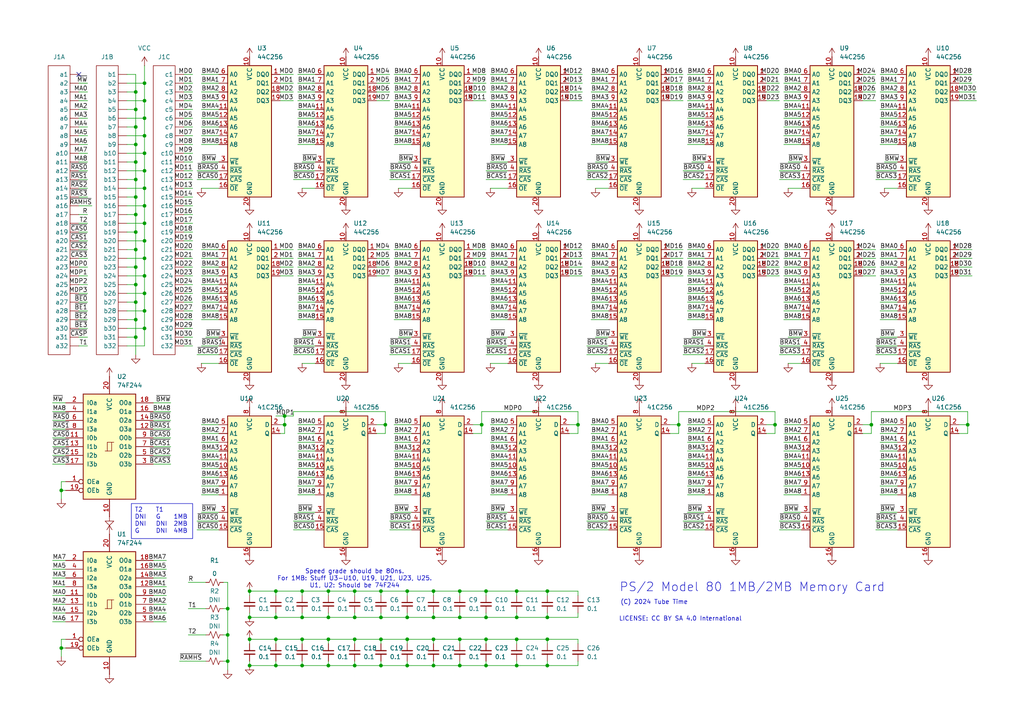
<source format=kicad_sch>
(kicad_sch (version 20231120) (generator "eeschema") (generator_version "8.0")
  (paper "A4")
  (junction (at 39.37 82.55))
  (junction (at 118.11 185.42))
  (junction (at 82.55 120.65))
  (junction (at 72.39 185.42))
  (junction (at 125.73 193.04))
  (junction (at 149.86 171.45))
  (junction (at 110.49 193.04))
  (junction (at 82.55 123.19))
  (junction (at 133.35 185.42))
  (junction (at 41.91 44.45))
  (junction (at 80.01 171.45))
  (junction (at 224.79 123.19))
  (junction (at 41.91 34.29))
  (junction (at 95.25 193.04))
  (junction (at 39.37 36.83))
  (junction (at 87.63 179.07))
  (junction (at 167.64 123.19))
  (junction (at 41.91 54.61))
  (junction (at 140.97 193.04))
  (junction (at 110.49 179.07))
  (junction (at 41.91 39.37))
  (junction (at 95.25 179.07))
  (junction (at 41.91 90.17))
  (junction (at 158.75 185.42))
  (junction (at 41.91 49.53))
  (junction (at 149.86 185.42))
  (junction (at 149.86 193.04))
  (junction (at 133.35 179.07))
  (junction (at 39.37 52.07))
  (junction (at 125.73 179.07))
  (junction (at 95.25 171.45))
  (junction (at 102.87 171.45))
  (junction (at 39.37 41.91))
  (junction (at 280.67 123.19))
  (junction (at 139.7 123.19))
  (junction (at 39.37 92.71))
  (junction (at 111.76 123.19))
  (junction (at 66.04 184.15))
  (junction (at 87.63 171.45))
  (junction (at 80.01 179.07))
  (junction (at 39.37 77.47))
  (junction (at 133.35 171.45))
  (junction (at 125.73 171.45))
  (junction (at 39.37 31.75))
  (junction (at 158.75 179.07))
  (junction (at 39.37 57.15))
  (junction (at 118.11 179.07))
  (junction (at 41.91 69.85))
  (junction (at 41.91 95.25))
  (junction (at 72.39 179.07))
  (junction (at 87.63 185.42))
  (junction (at 39.37 46.99))
  (junction (at 80.01 193.04))
  (junction (at 39.37 87.63))
  (junction (at 252.73 123.19))
  (junction (at 140.97 171.45))
  (junction (at 118.11 193.04))
  (junction (at 110.49 171.45))
  (junction (at 95.25 185.42))
  (junction (at 102.87 185.42))
  (junction (at 80.01 185.42))
  (junction (at 41.91 80.01))
  (junction (at 196.85 123.19))
  (junction (at 41.91 85.09))
  (junction (at 41.91 29.21))
  (junction (at 41.91 64.77))
  (junction (at 39.37 26.67))
  (junction (at 39.37 97.79))
  (junction (at 41.91 74.93))
  (junction (at 140.97 185.42))
  (junction (at 110.49 185.42))
  (junction (at 17.78 142.24))
  (junction (at 158.75 171.45))
  (junction (at 39.37 62.23))
  (junction (at 87.63 193.04))
  (junction (at 72.39 171.45))
  (junction (at 158.75 193.04))
  (junction (at 39.37 72.39))
  (junction (at 102.87 193.04))
  (junction (at 66.04 176.53))
  (junction (at 41.91 59.69))
  (junction (at 66.04 191.77))
  (junction (at 72.39 193.04))
  (junction (at 140.97 179.07))
  (junction (at 149.86 179.07))
  (junction (at 125.73 185.42))
  (junction (at 17.78 187.96))
  (junction (at 39.37 67.31))
  (junction (at 133.35 193.04))
  (junction (at 41.91 24.13))
  (junction (at 118.11 171.45))
  (junction (at 102.87 179.07))
  (no_connect (at 22.86 21.59))
  (wire (pts (xy 87.63 179.07) (xy 95.25 179.07)))
  (wire (pts (xy 142.24 105.41) (xy 147.32 105.41)))
  (wire (pts (xy 53.34 24.13) (xy 55.88 24.13)))
  (wire (pts (xy 167.64 185.42) (xy 167.64 186.69)))
  (wire (pts (xy 114.3 29.21) (xy 119.38 29.21)))
  (wire (pts (xy 125.73 185.42) (xy 133.35 185.42)))
  (wire (pts (xy 109.22 21.59) (xy 113.03 21.59)))
  (wire (pts (xy 44.45 167.64) (xy 48.26 167.64)))
  (wire (pts (xy 85.09 119.38) (xy 85.09 120.65)))
  (wire (pts (xy 140.97 185.42) (xy 149.86 185.42)))
  (wire (pts (xy 165.1 125.73) (xy 167.64 125.73)))
  (wire (pts (xy 199.39 24.13) (xy 204.47 24.13)))
  (wire (pts (xy 142.24 135.89) (xy 147.32 135.89)))
  (wire (pts (xy 102.87 179.07) (xy 110.49 179.07)))
  (wire (pts (xy 199.39 128.27) (xy 204.47 128.27)))
  (wire (pts (xy 171.45 31.75) (xy 176.53 31.75)))
  (wire (pts (xy 165.1 72.39) (xy 168.91 72.39)))
  (wire (pts (xy 137.16 74.93) (xy 140.97 74.93)))
  (wire (pts (xy 194.31 21.59) (xy 198.12 21.59)))
  (wire (pts (xy 53.34 59.69) (xy 55.88 59.69)))
  (wire (pts (xy 254 52.07) (xy 260.35 52.07)))
  (wire (pts (xy 167.64 171.45) (xy 167.64 172.72)))
  (wire (pts (xy 137.16 26.67) (xy 140.97 26.67)))
  (wire (pts (xy 118.11 193.04) (xy 118.11 191.77)))
  (wire (pts (xy 111.76 123.19) (xy 111.76 119.38)))
  (wire (pts (xy 171.45 85.09) (xy 176.53 85.09)))
  (wire (pts (xy 58.42 72.39) (xy 63.5 72.39)))
  (wire (pts (xy 115.57 97.79) (xy 119.38 97.79)))
  (wire (pts (xy 41.91 49.53) (xy 41.91 44.45)))
  (wire (pts (xy 36.83 87.63) (xy 39.37 87.63)))
  (wire (pts (xy 171.45 34.29) (xy 176.53 34.29)))
  (wire (pts (xy 22.86 46.99) (xy 25.4 46.99)))
  (wire (pts (xy 137.16 72.39) (xy 140.97 72.39)))
  (wire (pts (xy 54.61 176.53) (xy 59.69 176.53)))
  (wire (pts (xy 114.3 82.55) (xy 119.38 82.55)))
  (wire (pts (xy 142.24 77.47) (xy 147.32 77.47)))
  (wire (pts (xy 17.78 142.24) (xy 17.78 144.78)))
  (wire (pts (xy 53.34 49.53) (xy 55.88 49.53)))
  (wire (pts (xy 222.25 21.59) (xy 226.06 21.59)))
  (wire (pts (xy 142.24 54.61) (xy 147.32 54.61)))
  (wire (pts (xy 222.25 29.21) (xy 226.06 29.21)))
  (wire (pts (xy 194.31 74.93) (xy 198.12 74.93)))
  (wire (pts (xy 278.13 26.67) (xy 283.21 26.67)))
  (wire (pts (xy 167.64 119.38) (xy 167.64 123.19)))
  (wire (pts (xy 199.39 39.37) (xy 204.47 39.37)))
  (wire (pts (xy 125.73 179.07) (xy 133.35 179.07)))
  (wire (pts (xy 194.31 125.73) (xy 196.85 125.73)))
  (wire (pts (xy 15.24 124.46) (xy 19.05 124.46)))
  (wire (pts (xy 199.39 92.71) (xy 204.47 92.71)))
  (wire (pts (xy 41.91 90.17) (xy 41.91 85.09)))
  (wire (pts (xy 17.78 142.24) (xy 19.05 142.24)))
  (wire (pts (xy 111.76 125.73) (xy 111.76 123.19)))
  (wire (pts (xy 110.49 185.42) (xy 118.11 185.42)))
  (wire (pts (xy 86.36 85.09) (xy 91.44 85.09)))
  (wire (pts (xy 171.45 26.67) (xy 176.53 26.67)))
  (wire (pts (xy 196.85 119.38) (xy 224.79 119.38)))
  (wire (pts (xy 254 102.87) (xy 260.35 102.87)))
  (wire (pts (xy 142.24 97.79) (xy 147.32 97.79)))
  (wire (pts (xy 196.85 123.19) (xy 196.85 119.38)))
  (wire (pts (xy 165.1 21.59) (xy 168.91 21.59)))
  (wire (pts (xy 227.33 21.59) (xy 232.41 21.59)))
  (wire (pts (xy 142.24 125.73) (xy 147.32 125.73)))
  (wire (pts (xy 171.45 36.83) (xy 176.53 36.83)))
  (wire (pts (xy 158.75 193.04) (xy 158.75 191.77)))
  (wire (pts (xy 36.83 67.31) (xy 39.37 67.31)))
  (wire (pts (xy 199.39 148.59) (xy 204.47 148.59)))
  (wire (pts (xy 254 151.13) (xy 260.35 151.13)))
  (wire (pts (xy 80.01 171.45) (xy 80.01 172.72)))
  (wire (pts (xy 114.3 135.89) (xy 119.38 135.89)))
  (wire (pts (xy 53.34 82.55) (xy 55.88 82.55)))
  (wire (pts (xy 110.49 193.04) (xy 118.11 193.04)))
  (wire (pts (xy 199.39 125.73) (xy 204.47 125.73)))
  (wire (pts (xy 36.83 77.47) (xy 39.37 77.47)))
  (wire (pts (xy 72.39 179.07) (xy 80.01 179.07)))
  (wire (pts (xy 86.36 72.39) (xy 91.44 72.39)))
  (wire (pts (xy 115.57 54.61) (xy 119.38 54.61)))
  (wire (pts (xy 228.6 54.61) (xy 232.41 54.61)))
  (wire (pts (xy 171.45 29.21) (xy 176.53 29.21)))
  (wire (pts (xy 171.45 138.43) (xy 176.53 138.43)))
  (wire (pts (xy 198.12 151.13) (xy 204.47 151.13)))
  (wire (pts (xy 22.86 82.55) (xy 25.4 82.55)))
  (wire (pts (xy 95.25 171.45) (xy 95.25 172.72)))
  (wire (pts (xy 82.55 120.65) (xy 82.55 123.19)))
  (wire (pts (xy 199.39 82.55) (xy 204.47 82.55)))
  (wire (pts (xy 149.86 185.42) (xy 149.86 186.69)))
  (wire (pts (xy 228.6 97.79) (xy 232.41 97.79)))
  (wire (pts (xy 39.37 72.39) (xy 39.37 77.47)))
  (wire (pts (xy 227.33 133.35) (xy 232.41 133.35)))
  (wire (pts (xy 255.27 123.19) (xy 260.35 123.19)))
  (wire (pts (xy 118.11 185.42) (xy 125.73 185.42)))
  (wire (pts (xy 227.33 90.17) (xy 232.41 90.17)))
  (wire (pts (xy 36.83 74.93) (xy 41.91 74.93)))
  (wire (pts (xy 22.86 85.09) (xy 25.4 85.09)))
  (wire (pts (xy 86.36 128.27) (xy 91.44 128.27)))
  (wire (pts (xy 222.25 72.39) (xy 226.06 72.39)))
  (wire (pts (xy 278.13 72.39) (xy 281.94 72.39)))
  (wire (pts (xy 57.15 52.07) (xy 63.5 52.07)))
  (wire (pts (xy 86.36 26.67) (xy 91.44 26.67)))
  (wire (pts (xy 250.19 77.47) (xy 254 77.47)))
  (wire (pts (xy 15.24 121.92) (xy 19.05 121.92)))
  (wire (pts (xy 66.04 168.91) (xy 64.77 168.91)))
  (wire (pts (xy 36.83 26.67) (xy 39.37 26.67)))
  (wire (pts (xy 39.37 62.23) (xy 39.37 67.31)))
  (wire (pts (xy 22.86 36.83) (xy 25.4 36.83)))
  (wire (pts (xy 142.24 140.97) (xy 147.32 140.97)))
  (wire (pts (xy 226.06 100.33) (xy 232.41 100.33)))
  (wire (pts (xy 36.83 36.83) (xy 39.37 36.83)))
  (wire (pts (xy 86.36 90.17) (xy 91.44 90.17)))
  (wire (pts (xy 118.11 171.45) (xy 125.73 171.45)))
  (wire (pts (xy 86.36 92.71) (xy 91.44 92.71)))
  (wire (pts (xy 194.31 77.47) (xy 198.12 77.47)))
  (wire (pts (xy 194.31 72.39) (xy 198.12 72.39)))
  (wire (pts (xy 255.27 36.83) (xy 260.35 36.83)))
  (wire (pts (xy 66.04 191.77) (xy 66.04 194.31)))
  (wire (pts (xy 255.27 125.73) (xy 260.35 125.73)))
  (wire (pts (xy 255.27 130.81) (xy 260.35 130.81)))
  (wire (pts (xy 36.83 82.55) (xy 39.37 82.55)))
  (wire (pts (xy 36.83 44.45) (xy 41.91 44.45)))
  (wire (pts (xy 80.01 193.04) (xy 87.63 193.04)))
  (wire (pts (xy 66.04 184.15) (xy 66.04 191.77)))
  (wire (pts (xy 280.67 119.38) (xy 280.67 123.19)))
  (wire (pts (xy 255.27 72.39) (xy 260.35 72.39)))
  (wire (pts (xy 17.78 139.7) (xy 19.05 139.7)))
  (wire (pts (xy 149.86 171.45) (xy 158.75 171.45)))
  (wire (pts (xy 149.86 193.04) (xy 149.86 191.77)))
  (wire (pts (xy 165.1 26.67) (xy 168.91 26.67)))
  (wire (pts (xy 140.97 171.45) (xy 140.97 172.72)))
  (wire (pts (xy 199.39 29.21) (xy 204.47 29.21)))
  (wire (pts (xy 58.42 148.59) (xy 63.5 148.59)))
  (wire (pts (xy 149.86 171.45) (xy 149.86 172.72)))
  (wire (pts (xy 110.49 179.07) (xy 110.49 177.8)))
  (wire (pts (xy 36.83 80.01) (xy 41.91 80.01)))
  (wire (pts (xy 44.45 124.46) (xy 49.53 124.46)))
  (wire (pts (xy 15.24 172.72) (xy 19.05 172.72)))
  (wire (pts (xy 171.45 90.17) (xy 176.53 90.17)))
  (wire (pts (xy 86.36 74.93) (xy 91.44 74.93)))
  (wire (pts (xy 54.61 168.91) (xy 59.69 168.91)))
  (wire (pts (xy 142.24 128.27) (xy 147.32 128.27)))
  (wire (pts (xy 171.45 39.37) (xy 176.53 39.37)))
  (wire (pts (xy 228.6 105.41) (xy 232.41 105.41)))
  (wire (pts (xy 44.45 175.26) (xy 48.26 175.26)))
  (wire (pts (xy 255.27 29.21) (xy 260.35 29.21)))
  (wire (pts (xy 15.24 165.1) (xy 19.05 165.1)))
  (wire (pts (xy 255.27 87.63) (xy 260.35 87.63)))
  (wire (pts (xy 142.24 85.09) (xy 147.32 85.09)))
  (wire (pts (xy 86.36 39.37) (xy 91.44 39.37)))
  (wire (pts (xy 255.27 133.35) (xy 260.35 133.35)))
  (wire (pts (xy 250.19 125.73) (xy 252.73 125.73)))
  (wire (pts (xy 125.73 171.45) (xy 125.73 172.72)))
  (wire (pts (xy 222.25 77.47) (xy 226.06 77.47)))
  (wire (pts (xy 133.35 185.42) (xy 133.35 186.69)))
  (wire (pts (xy 142.24 29.21) (xy 147.32 29.21)))
  (wire (pts (xy 81.28 29.21) (xy 85.09 29.21)))
  (wire (pts (xy 198.12 49.53) (xy 204.47 49.53)))
  (wire (pts (xy 149.86 193.04) (xy 158.75 193.04)))
  (wire (pts (xy 140.97 193.04) (xy 149.86 193.04)))
  (wire (pts (xy 87.63 105.41) (xy 91.44 105.41)))
  (wire (pts (xy 110.49 171.45) (xy 118.11 171.45)))
  (wire (pts (xy 118.11 179.07) (xy 118.11 177.8)))
  (wire (pts (xy 140.97 179.07) (xy 140.97 177.8)))
  (wire (pts (xy 39.37 46.99) (xy 39.37 52.07)))
  (wire (pts (xy 139.7 125.73) (xy 139.7 123.19)))
  (wire (pts (xy 137.16 125.73) (xy 139.7 125.73)))
  (wire (pts (xy 278.13 80.01) (xy 281.94 80.01)))
  (wire (pts (xy 199.39 143.51) (xy 204.47 143.51)))
  (wire (pts (xy 39.37 21.59) (xy 39.37 26.67)))
  (wire (pts (xy 255.27 138.43) (xy 260.35 138.43)))
  (wire (pts (xy 86.36 21.59) (xy 91.44 21.59)))
  (wire (pts (xy 53.34 80.01) (xy 55.88 80.01)))
  (wire (pts (xy 17.78 185.42) (xy 17.78 187.96)))
  (wire (pts (xy 224.79 119.38) (xy 224.79 123.19)))
  (wire (pts (xy 255.27 140.97) (xy 260.35 140.97)))
  (wire (pts (xy 86.36 143.51) (xy 91.44 143.51)))
  (wire (pts (xy 87.63 185.42) (xy 87.63 186.69)))
  (wire (pts (xy 36.83 41.91) (xy 39.37 41.91)))
  (wire (pts (xy 255.27 39.37) (xy 260.35 39.37)))
  (wire (pts (xy 255.27 135.89) (xy 260.35 135.89)))
  (wire (pts (xy 22.86 77.47) (xy 25.4 77.47)))
  (wire (pts (xy 17.78 139.7) (xy 17.78 142.24)))
  (wire (pts (xy 80.01 171.45) (xy 87.63 171.45)))
  (wire (pts (xy 109.22 77.47) (xy 113.03 77.47)))
  (wire (pts (xy 22.86 49.53) (xy 25.4 49.53)))
  (wire (pts (xy 44.45 177.8) (xy 48.26 177.8)))
  (wire (pts (xy 139.7 119.38) (xy 167.64 119.38)))
  (wire (pts (xy 200.66 105.41) (xy 204.47 105.41)))
  (wire (pts (xy 36.83 95.25) (xy 41.91 95.25)))
  (wire (pts (xy 171.45 24.13) (xy 176.53 24.13)))
  (wire (pts (xy 36.83 97.79) (xy 39.37 97.79)))
  (wire (pts (xy 250.19 74.93) (xy 254 74.93)))
  (wire (pts (xy 85.09 49.53) (xy 91.44 49.53)))
  (wire (pts (xy 53.34 69.85) (xy 55.88 69.85)))
  (wire (pts (xy 58.42 21.59) (xy 63.5 21.59)))
  (wire (pts (xy 139.7 123.19) (xy 139.7 119.38)))
  (wire (pts (xy 158.75 185.42) (xy 167.64 185.42)))
  (wire (pts (xy 227.33 85.09) (xy 232.41 85.09)))
  (wire (pts (xy 194.31 123.19) (xy 196.85 123.19)))
  (wire (pts (xy 142.24 80.01) (xy 147.32 80.01)))
  (wire (pts (xy 142.24 39.37) (xy 147.32 39.37)))
  (wire (pts (xy 58.42 133.35) (xy 63.5 133.35)))
  (wire (pts (xy 95.25 185.42) (xy 95.25 186.69)))
  (wire (pts (xy 58.42 36.83) (xy 63.5 36.83)))
  (wire (pts (xy 87.63 179.07) (xy 87.63 177.8)))
  (wire (pts (xy 109.22 125.73) (xy 111.76 125.73)))
  (wire (pts (xy 222.25 125.73) (xy 224.79 125.73)))
  (wire (pts (xy 170.18 102.87) (xy 176.53 102.87)))
  (wire (pts (xy 86.36 133.35) (xy 91.44 133.35)))
  (wire (pts (xy 226.06 102.87) (xy 232.41 102.87)))
  (wire (pts (xy 113.03 52.07) (xy 119.38 52.07)))
  (wire (pts (xy 199.39 135.89) (xy 204.47 135.89)))
  (wire (pts (xy 227.33 130.81) (xy 232.41 130.81)))
  (wire (pts (xy 255.27 143.51) (xy 260.35 143.51)))
  (wire (pts (xy 44.45 180.34) (xy 48.26 180.34)))
  (wire (pts (xy 58.42 82.55) (xy 63.5 82.55)))
  (wire (pts (xy 44.45 134.62) (xy 49.53 134.62)))
  (wire (pts (xy 22.86 54.61) (xy 25.4 54.61)))
  (wire (pts (xy 80.01 120.65) (xy 82.55 120.65)))
  (wire (pts (xy 39.37 87.63) (xy 39.37 92.71)))
  (wire (pts (xy 224.79 123.19) (xy 224.79 125.73)))
  (wire (pts (xy 140.97 100.33) (xy 147.32 100.33)))
  (wire (pts (xy 53.34 74.93) (xy 55.88 74.93)))
  (wire (pts (xy 256.54 46.99) (xy 260.35 46.99)))
  (wire (pts (xy 227.33 39.37) (xy 232.41 39.37)))
  (wire (pts (xy 199.39 21.59) (xy 204.47 21.59)))
  (wire (pts (xy 137.16 21.59) (xy 140.97 21.59)))
  (wire (pts (xy 113.03 153.67) (xy 119.38 153.67)))
  (wire (pts (xy 57.15 49.53) (xy 63.5 49.53)))
  (wire (pts (xy 171.45 21.59) (xy 176.53 21.59)))
  (wire (pts (xy 22.86 59.69) (xy 26.67 59.69)))
  (wire (pts (xy 142.24 26.67) (xy 147.32 26.67)))
  (wire (pts (xy 255.27 31.75) (xy 260.35 31.75)))
  (wire (pts (xy 110.49 179.07) (xy 118.11 179.07)))
  (wire (pts (xy 72.39 193.04) (xy 80.01 193.04)))
  (wire (pts (xy 199.39 31.75) (xy 204.47 31.75)))
  (wire (pts (xy 114.3 31.75) (xy 119.38 31.75)))
  (wire (pts (xy 22.86 90.17) (xy 25.4 90.17)))
  (wire (pts (xy 53.34 90.17) (xy 55.88 90.17)))
  (wire (pts (xy 36.83 59.69) (xy 41.91 59.69)))
  (wire (pts (xy 194.31 29.21) (xy 198.12 29.21)))
  (wire (pts (xy 226.06 52.07) (xy 232.41 52.07)))
  (wire (pts (xy 227.33 143.51) (xy 232.41 143.51)))
  (wire (pts (xy 86.36 29.21) (xy 91.44 29.21)))
  (wire (pts (xy 39.37 92.71) (xy 39.37 97.79)))
  (wire (pts (xy 22.86 72.39) (xy 25.4 72.39)))
  (wire (pts (xy 227.33 82.55) (xy 232.41 82.55)))
  (wire (pts (xy 82.55 120.65) (xy 85.09 120.65)))
  (wire (pts (xy 102.87 185.42) (xy 110.49 185.42)))
  (wire (pts (xy 142.24 130.81) (xy 147.32 130.81)))
  (wire (pts (xy 171.45 123.19) (xy 176.53 123.19)))
  (wire (pts (xy 36.83 46.99) (xy 39.37 46.99)))
  (wire (pts (xy 255.27 21.59) (xy 260.35 21.59)))
  (wire (pts (xy 80.01 185.42) (xy 87.63 185.42)))
  (wire (pts (xy 58.42 46.99) (xy 63.5 46.99)))
  (wire (pts (xy 256.54 54.61) (xy 260.35 54.61)))
  (wire (pts (xy 137.16 123.19) (xy 139.7 123.19)))
  (wire (pts (xy 250.19 21.59) (xy 254 21.59)))
  (wire (pts (xy 22.86 52.07) (xy 25.4 52.07)))
  (wire (pts (xy 250.19 72.39) (xy 254 72.39)))
  (wire (pts (xy 15.24 119.38) (xy 19.05 119.38)))
  (wire (pts (xy 125.73 193.04) (xy 125.73 191.77)))
  (wire (pts (xy 278.13 123.19) (xy 280.67 123.19)))
  (wire (pts (xy 109.22 123.19) (xy 111.76 123.19)))
  (wire (pts (xy 87.63 193.04) (xy 95.25 193.04)))
  (wire (pts (xy 226.06 153.67) (xy 232.41 153.67)))
  (wire (pts (xy 133.35 171.45) (xy 140.97 171.45)))
  (wire (pts (xy 22.86 92.71) (xy 25.4 92.71)))
  (wire (pts (xy 15.24 177.8) (xy 19.05 177.8)))
  (wire (pts (xy 53.34 29.21) (xy 55.88 29.21)))
  (wire (pts (xy 114.3 140.97) (xy 119.38 140.97)))
  (wire (pts (xy 140.97 151.13) (xy 147.32 151.13)))
  (wire (pts (xy 172.72 97.79) (xy 176.53 97.79)))
  (wire (pts (xy 53.34 64.77) (xy 55.88 64.77)))
  (wire (pts (xy 142.24 123.19) (xy 147.32 123.19)))
  (wire (pts (xy 59.69 97.79) (xy 63.5 97.79)))
  (wire (pts (xy 87.63 193.04) (xy 87.63 191.77)))
  (wire (pts (xy 255.27 41.91) (xy 260.35 41.91)))
  (wire (pts (xy 109.22 29.21) (xy 113.03 29.21)))
  (wire (pts (xy 200.66 97.79) (xy 204.47 97.79)))
  (wire (pts (xy 72.39 185.42) (xy 80.01 185.42)))
  (wire (pts (xy 58.42 128.27) (xy 63.5 128.27)))
  (wire (pts (xy 227.33 140.97) (xy 232.41 140.97)))
  (wire (pts (xy 66.04 184.15) (xy 64.77 184.15)))
  (wire (pts (xy 86.36 31.75) (xy 91.44 31.75)))
  (wire (pts (xy 171.45 125.73) (xy 176.53 125.73)))
  (wire (pts (xy 22.86 41.91) (xy 25.4 41.91)))
  (wire (pts (xy 171.45 135.89) (xy 176.53 135.89)))
  (wire (pts (xy 87.63 171.45) (xy 95.25 171.45)))
  (wire (pts (xy 22.86 31.75) (xy 25.4 31.75)))
  (wire (pts (xy 158.75 171.45) (xy 158.75 172.72)))
  (wire (pts (xy 22.86 64.77) (xy 25.4 64.77)))
  (wire (pts (xy 165.1 80.01) (xy 168.91 80.01)))
  (wire (pts (xy 158.75 179.07) (xy 158.75 177.8)))
  (wire (pts (xy 53.34 21.59) (xy 55.88 21.59)))
  (wire (pts (xy 58.42 90.17) (xy 63.5 90.17)))
  (wire (pts (xy 22.86 97.79) (xy 25.4 97.79)))
  (wire (pts (xy 140.97 179.07) (xy 149.86 179.07)))
  (wire (pts (xy 227.33 123.19) (xy 232.41 123.19)))
  (wire (pts (xy 142.24 41.91) (xy 147.32 41.91)))
  (wire (pts (xy 53.34 34.29) (xy 55.88 34.29)))
  (wire (pts (xy 114.3 26.67) (xy 119.38 26.67)))
  (wire (pts (xy 15.24 116.84) (xy 19.05 116.84)))
  (wire (pts (xy 15.24 170.18) (xy 19.05 170.18)))
  (wire (pts (xy 255.27 80.01) (xy 260.35 80.01)))
  (wire (pts (xy 58.42 54.61) (xy 63.5 54.61)))
  (wire (pts (xy 111.76 119.38) (xy 85.09 119.38)))
  (wire (pts (xy 165.1 24.13) (xy 168.91 24.13)))
  (wire (pts (xy 171.45 82.55) (xy 176.53 82.55)))
  (wire (pts (xy 22.86 39.37) (xy 25.4 39.37)))
  (wire (pts (xy 72.39 185.42) (xy 72.39 186.69)))
  (wire (pts (xy 171.45 133.35) (xy 176.53 133.35)))
  (wire (pts (xy 171.45 72.39) (xy 176.53 72.39)))
  (wire (pts (xy 165.1 123.19) (xy 167.64 123.19)))
  (wire (pts (xy 80.01 193.04) (xy 80.01 191.77)))
  (wire (pts (xy 133.35 193.04) (xy 140.97 193.04)))
  (wire (pts (xy 255.27 82.55) (xy 260.35 82.55)))
  (wire (pts (xy 110.49 193.04) (xy 110.49 191.77)))
  (wire (pts (xy 58.42 138.43) (xy 63.5 138.43)))
  (wire (pts (xy 22.86 74.93) (xy 25.4 74.93)))
  (wire (pts (xy 199.39 133.35) (xy 204.47 133.35)))
  (wire (pts (xy 171.45 128.27) (xy 176.53 128.27)))
  (wire (pts (xy 250.19 80.01) (xy 254 80.01)))
  (wire (pts (xy 17.78 187.96) (xy 17.78 190.5)))
  (wire (pts (xy 86.36 87.63) (xy 91.44 87.63)))
  (wire (pts (xy 255.27 24.13) (xy 260.35 24.13)))
  (wire (pts (xy 15.24 127) (xy 19.05 127)))
  (wire (pts (xy 57.15 153.67) (xy 63.5 153.67)))
  (wire (pts (xy 198.12 100.33) (xy 204.47 100.33)))
  (wire (pts (xy 171.45 74.93) (xy 176.53 74.93)))
  (wire (pts (xy 53.34 95.25) (xy 55.88 95.25)))
  (wire (pts (xy 142.24 148.59) (xy 147.32 148.59)))
  (wire (pts (xy 227.33 148.59) (xy 232.41 148.59)))
  (wire (pts (xy 53.34 67.31) (xy 55.88 67.31)))
  (wire (pts (xy 95.25 185.42) (xy 102.87 185.42)))
  (wire (pts (xy 114.3 138.43) (xy 119.38 138.43)))
  (wire (pts (xy 82.55 125.73) (xy 81.28 125.73)))
  (wire (pts (xy 171.45 80.01) (xy 176.53 80.01)))
  (wire (pts (xy 167.64 179.07) (xy 167.64 177.8)))
  (wire (pts (xy 39.37 31.75) (xy 39.37 36.83)))
  (wire (pts (xy 142.24 92.71) (xy 147.32 92.71)))
  (wire (pts (xy 227.33 135.89) (xy 232.41 135.89)))
  (wire (pts (xy 36.83 92.71) (xy 39.37 92.71)))
  (wire (pts (xy 85.09 52.07) (xy 91.44 52.07)))
  (wire (pts (xy 199.39 41.91) (xy 204.47 41.91)))
  (wire (pts (xy 86.36 148.59) (xy 91.44 148.59)))
  (wire (pts (xy 58.42 24.13) (xy 63.5 24.13)))
  (wire (pts (xy 114.3 128.27) (xy 119.38 128.27)))
  (wire (pts (xy 114.3 92.71) (xy 119.38 92.71)))
  (wire (pts (xy 198.12 52.07) (xy 204.47 52.07)))
  (wire (pts (xy 142.24 31.75) (xy 147.32 31.75)))
  (wire (pts (xy 222.25 24.13) (xy 226.06 24.13)))
  (wire (pts (xy 133.35 171.45) (xy 133.35 172.72)))
  (wire (pts (xy 36.83 85.09) (xy 41.91 85.09)))
  (wire (pts (xy 171.45 140.97) (xy 176.53 140.97)))
  (wire (pts (xy 44.45 165.1) (xy 48.26 165.1)))
  (wire (pts (xy 280.67 123.19) (xy 280.67 125.73)))
  (wire (pts (xy 36.83 62.23) (xy 39.37 62.23)))
  (wire (pts (xy 109.22 74.93) (xy 113.03 74.93)))
  (wire (pts (xy 41.91 64.77) (xy 41.91 59.69)))
  (wire (pts (xy 199.39 90.17) (xy 204.47 90.17)))
  (wire (pts (xy 227.33 74.93) (xy 232.41 74.93)))
  (wire (pts (xy 140.97 102.87) (xy 147.32 102.87)))
  (wire (pts (xy 44.45 129.54) (xy 49.53 129.54)))
  (wire (pts (xy 87.63 171.45) (xy 87.63 172.72)))
  (wire (pts (xy 278.13 29.21) (xy 283.21 29.21)))
  (wire (pts (xy 125.73 179.07) (xy 125.73 177.8)))
  (wire (pts (xy 102.87 185.42) (xy 102.87 186.69)))
  (wire (pts (xy 86.36 77.47) (xy 91.44 77.47)))
  (wire (pts (xy 194.31 24.13) (xy 198.12 24.13)))
  (wire (pts (xy 58.42 39.37) (xy 63.5 39.37)))
  (wire (pts (xy 86.36 130.81) (xy 91.44 130.81)))
  (wire (pts (xy 66.04 176.53) (xy 64.77 176.53)))
  (wire (pts (xy 80.01 179.07) (xy 87.63 179.07)))
  (wire (pts (xy 41.91 74.93) (xy 41.91 69.85)))
  (wire (pts (xy 114.3 36.83) (xy 119.38 36.83)))
  (wire (pts (xy 41.91 34.29) (xy 41.91 29.21)))
  (wire (pts (xy 41.91 95.25) (xy 41.91 90.17)))
  (wire (pts (xy 58.42 123.19) (xy 63.5 123.19)))
  (wire (pts (xy 170.18 153.67) (xy 176.53 153.67)))
  (wire (pts (xy 22.86 29.21) (xy 25.4 29.21)))
  (wire (pts (xy 118.11 179.07) (xy 125.73 179.07)))
  (wire (pts (xy 41.91 24.13) (xy 41.91 19.05)))
  (wire (pts (xy 227.33 31.75) (xy 232.41 31.75)))
  (wire (pts (xy 53.34 92.71) (xy 55.88 92.71)))
  (wire (pts (xy 171.45 87.63) (xy 176.53 87.63)))
  (wire (pts (xy 254 49.53) (xy 260.35 49.53)))
  (wire (pts (xy 142.24 34.29) (xy 147.32 34.29)))
  (wire (pts (xy 53.34 39.37) (xy 55.88 39.37)))
  (wire (pts (xy 44.45 119.38) (xy 49.53 119.38)))
  (wire (pts (xy 15.24 162.56) (xy 19.05 162.56)))
  (wire (pts (xy 36.83 52.07) (xy 39.37 52.07)))
  (wire (pts (xy 17.78 185.42) (xy 19.05 185.42)))
  (wire (pts (xy 86.36 41.91) (xy 91.44 41.91)))
  (wire (pts (xy 54.61 184.15) (xy 59.69 184.15)))
  (wire (pts (xy 41.91 54.61) (xy 41.91 49.53)))
  (wire (pts (xy 140.97 52.07) (xy 147.32 52.07)))
  (wire (pts (xy 15.24 134.62) (xy 19.05 134.62)))
  (wire (pts (xy 86.36 80.01) (xy 91.44 80.01)))
  (wire (pts (xy 140.97 193.04) (xy 140.97 191.77)))
  (wire (pts (xy 113.03 102.87) (xy 119.38 102.87)))
  (wire (pts (xy 114.3 21.59) (xy 119.38 21.59)))
  (wire (pts (xy 39.37 26.67) (xy 39.37 31.75)))
  (wire (pts (xy 171.45 92.71) (xy 176.53 92.71)))
  (wire (pts (xy 114.3 74.93) (xy 119.38 74.93)))
  (wire (pts (xy 114.3 123.19) (xy 119.38 123.19)))
  (wire (pts (xy 36.83 31.75) (xy 39.37 31.75)))
  (wire (pts (xy 81.28 26.67) (xy 85.09 26.67)))
  (wire (pts (xy 278.13 24.13) (xy 281.94 24.13)))
  (wire (pts (xy 15.24 132.08) (xy 19.05 132.08)))
  (wire (pts (xy 165.1 77.47) (xy 168.91 77.47)))
  (wire (pts (xy 44.45 121.92) (xy 49.53 121.92)))
  (wire (pts (xy 114.3 148.59) (xy 119.38 148.59)))
  (wire (pts (xy 137.16 24.13) (xy 140.97 24.13)))
  (wire (pts (xy 227.33 26.67) (xy 232.41 26.67)))
  (wire (pts (xy 36.83 64.77) (xy 41.91 64.77)))
  (wire (pts (xy 278.13 74.93) (xy 281.94 74.93)))
  (wire (pts (xy 41.91 85.09) (xy 41.91 80.01)))
  (wire (pts (xy 36.83 49.53) (xy 41.91 49.53)))
  (wire (pts (xy 36.83 24.13) (xy 41.91 24.13)))
  (wire (pts (xy 53.34 77.47) (xy 55.88 77.47)))
  (wire (pts (xy 53.34 87.63) (xy 55.88 87.63)))
  (wire (pts (xy 81.28 123.19) (xy 82.55 123.19)))
  (wire (pts (xy 86.36 24.13) (xy 91.44 24.13)))
  (wire (pts (xy 15.24 167.64) (xy 19.05 167.64)))
  (wire (pts (xy 222.25 80.01) (xy 226.06 80.01)))
  (wire (pts (xy 41.91 29.21) (xy 41.91 24.13)))
  (wire (pts (xy 53.34 100.33) (xy 55.88 100.33)))
  (wire (pts (xy 58.42 92.71) (xy 63.5 92.71)))
  (wire (pts (xy 170.18 151.13) (xy 176.53 151.13)))
  (wire (pts (xy 81.28 72.39) (xy 85.09 72.39)))
  (wire (pts (xy 222.25 26.67) (xy 226.06 26.67)))
  (wire (pts (xy 149.86 179.07) (xy 158.75 179.07)))
  (wire (pts (xy 113.03 151.13) (xy 119.38 151.13)))
  (wire (pts (xy 250.19 123.19) (xy 252.73 123.19)))
  (wire (pts (xy 58.42 74.93) (xy 63.5 74.93)))
  (wire (pts (xy 137.16 80.01) (xy 140.97 80.01)))
  (wire (pts (xy 255.27 148.59) (xy 260.35 148.59)))
  (wire (pts (xy 58.42 125.73) (xy 63.5 125.73)))
  (wire (pts (xy 114.3 41.91) (xy 119.38 41.91)))
  (wire (pts (xy 66.04 176.53) (xy 66.04 184.15)))
  (wire (pts (xy 114.3 39.37) (xy 119.38 39.37)))
  (wire (pts (xy 41.91 80.01) (xy 41.91 74.93)))
  (wire (pts (xy 110.49 171.45) (xy 110.49 172.72)))
  (wire (pts (xy 140.97 185.42) (xy 140.97 186.69)))
  (wire (pts (xy 255.27 74.93) (xy 260.35 74.93)))
  (wire (pts (xy 58.42 34.29) (xy 63.5 34.29)))
  (wire (pts (xy 255.27 97.79) (xy 260.35 97.79)))
  (wire (pts (xy 158.75 185.42) (xy 158.75 186.69)))
  (wire (pts (xy 142.24 133.35) (xy 147.32 133.35)))
  (wire (pts (xy 158.75 171.45) (xy 167.64 171.45)))
  (wire (pts (xy 53.34 97.79) (xy 55.88 97.79)))
  (wire (pts (xy 109.22 26.67) (xy 113.03 26.67)))
  (wire (pts (xy 114.3 130.81) (xy 119.38 130.81)))
  (wire (pts (xy 133.35 193.04) (xy 133.35 191.77)))
  (wire (pts (xy 81.28 21.59) (xy 85.09 21.59)))
  (wire (pts (xy 87.63 185.42) (xy 95.25 185.42)))
  (wire (pts (xy 149.86 185.42) (xy 158.75 185.42)))
  (wire (pts (xy 255.27 92.71) (xy 260.35 92.71)))
  (wire (pts (xy 252.73 125.73) (xy 252.73 123.19)))
  (wire (pts (xy 199.39 85.09) (xy 204.47 85.09)))
  (wire (pts (xy 158.75 179.07) (xy 167.64 179.07)))
  (wire (pts (xy 58.42 105.41) (xy 63.5 105.41)))
  (wire (pts (xy 15.24 129.54) (xy 19.05 129.54)))
  (wire (pts (xy 86.36 140.97) (xy 91.44 140.97)))
  (wire (pts (xy 87.63 54.61) (xy 91.44 54.61)))
  (wire (pts (xy 53.34 26.67) (xy 55.88 26.67)))
  (wire (pts (xy 140.97 49.53) (xy 147.32 49.53)))
  (wire (pts (xy 227.33 72.39) (xy 232.41 72.39)))
  (wire (pts (xy 22.86 80.01) (xy 25.4 80.01)))
  (wire (pts (xy 199.39 138.43) (xy 204.47 138.43)))
  (wire (pts (xy 58.42 80.01) (xy 63.5 80.01)))
  (wire (pts (xy 142.24 82.55) (xy 147.32 82.55)))
  (wire (pts (xy 227.33 92.71) (xy 232.41 92.71)))
  (wire (pts (xy 36.83 72.39) (xy 39.37 72.39)))
  (wire (pts (xy 58.42 26.67) (xy 63.5 26.67)))
  (wire (pts (xy 109.22 24.13) (xy 113.03 24.13)))
  (wire (pts (xy 85.09 153.67) (xy 91.44 153.67)))
  (wire (pts (xy 58.42 130.81) (xy 63.5 130.81)))
  (wire (pts (xy 95.25 179.07) (xy 102.87 179.07)))
  (wire (pts (xy 22.86 26.67) (xy 25.4 26.67)))
  (wire (pts (xy 52.07 191.77) (xy 59.69 191.77)))
  (wire (pts (xy 255.27 26.67) (xy 260.35 26.67)))
  (wire (pts (xy 66.04 168.91) (xy 66.04 176.53)))
  (wire (pts (xy 227.33 77.47) (xy 232.41 77.47)))
  (wire (pts (xy 58.42 87.63) (xy 63.5 87.63)))
  (wire (pts (xy 199.39 80.01) (xy 204.47 80.01)))
  (wire (pts (xy 171.45 130.81) (xy 176.53 130.81)))
  (wire (pts (xy 39.37 41.91) (xy 39.37 46.99)))
  (wire (pts (xy 133.35 179.07) (xy 140.97 179.07)))
  (wire (pts (xy 133.35 179.07) (xy 133.35 177.8)))
  (wire (pts (xy 171.45 148.59) (xy 176.53 148.59)))
  (wire (pts (xy 53.34 72.39) (xy 55.88 72.39)))
  (wire (pts (xy 53.34 54.61) (xy 55.88 54.61)))
  (wire (pts (xy 142.24 36.83) (xy 147.32 36.83)))
  (wire (pts (xy 22.86 100.33) (xy 25.4 100.33)))
  (wire (pts (xy 114.3 125.73) (xy 119.38 125.73)))
  (wire (pts (xy 41.91 69.85) (xy 41.91 64.77)))
  (wire (pts (xy 228.6 46.99) (xy 232.41 46.99)))
  (wire (pts (xy 39.37 77.47) (xy 39.37 82.55)))
  (wire (pts (xy 142.24 90.17) (xy 147.32 90.17)))
  (wire (pts (xy 200.66 46.99) (xy 204.47 46.99)))
  (wire (pts (xy 149.86 179.07) (xy 149.86 177.8)))
  (wire (pts (xy 72.39 193.04) (xy 72.39 191.77)))
  (wire (pts (xy 227.33 128.27) (xy 232.41 128.27)))
  (wire (pts (xy 252.73 119.38) (xy 280.67 119.38)))
  (wire (pts (xy 39.37 36.83) (xy 39.37 41.91)))
  (wire (pts (xy 85.09 151.13) (xy 91.44 151.13)))
  (wire (pts (xy 81.28 80.01) (xy 85.09 80.01)))
  (wire (pts (xy 22.86 95.25) (xy 25.4 95.25)))
  (wire (pts (xy 44.45 116.84) (xy 49.53 116.84)))
  (wire (pts (xy 57.15 102.87) (xy 63.5 102.87)))
  (wire (pts (xy 142.24 143.51) (xy 147.32 143.51)))
  (wire (pts (xy 58.42 140.97) (xy 63.5 140.97)))
  (wire (pts (xy 22.86 57.15) (xy 25.4 57.15)))
  (wire (pts (xy 255.27 128.27) (xy 260.35 128.27)))
  (wire (pts (xy 53.34 57.15) (xy 55.88 57.15)))
  (wire (pts (xy 278.13 77.47) (xy 281.94 77.47)))
  (wire (pts (xy 115.57 46.99) (xy 119.38 46.99)))
  (wire (pts (xy 196.85 125.73) (xy 196.85 123.19)))
  (wire (pts (xy 199.39 74.93) (xy 204.47 74.93)))
  (wire (pts (xy 194.31 80.01) (xy 198.12 80.01)))
  (wire (pts (xy 53.34 41.91) (xy 55.88 41.91)))
  (wire (pts (xy 53.34 62.23) (xy 55.88 62.23)))
  (wire (pts (xy 227.33 24.13) (xy 232.41 24.13)))
  (wire (pts (xy 86.36 34.29) (xy 91.44 34.29)))
  (wire (pts (xy 114.3 34.29) (xy 119.38 34.29)))
  (wire (pts (xy 113.03 100.33) (xy 119.38 100.33)))
  (wire (pts (xy 57.15 151.13) (xy 63.5 151.13)))
  (wire (pts (xy 36.83 90.17) (xy 41.91 90.17)))
  (wire (pts (xy 227.33 41.91) (xy 232.41 41.91)))
  (wire (pts (xy 142.24 24.13) (xy 147.32 24.13)))
  (wire (pts (xy 102.87 171.45) (xy 102.87 172.72)))
  (wire (pts (xy 118.11 171.45) (xy 118.11 172.72)))
  (wire (pts (xy 226.06 49.53) (xy 232.41 49.53)))
  (wire (pts (xy 170.18 49.53) (xy 176.53 49.53)))
  (wire (pts (xy 58.42 135.89) (xy 63.5 135.89)))
  (wire (pts (xy 227.33 138.43) (xy 232.41 138.43)))
  (wire (pts (xy 226.06 151.13) (xy 232.41 151.13)))
  (wire (pts (xy 22.86 44.45) (xy 25.4 44.45)))
  (wire (pts (xy 22.86 69.85) (xy 25.4 69.85)))
  (wire (pts (xy 137.16 77.47) (xy 140.97 77.47)))
  (wire (pts (xy 102.87 171.45) (xy 110.49 171.45)))
  (wire (pts (xy 102.87 179.07) (xy 102.87 177.8)))
  (wire (pts (xy 22.86 62.23) (xy 25.4 62.23)))
  (wire (pts (xy 80.01 179.07) (xy 80.01 177.8)))
  (wire (pts (xy 114.3 143.51) (xy 119.38 143.51)))
  (wire (pts (xy 255.27 77.47) (xy 260.35 77.47)))
  (wire (pts (xy 114.3 77.47) (xy 119.38 77.47)))
  (wire (pts (xy 278.13 125.73) (xy 280.67 125.73)))
  (wire (pts (xy 39.37 82.55) (xy 39.37 87.63)))
  (wire (pts (xy 17.78 187.96) (xy 19.05 187.96)))
  (wire (pts (xy 227.33 34.29) (xy 232.41 34.29)))
  (wire (pts (xy 199.39 34.29) (xy 204.47 34.29)))
  (wire (pts (xy 254 100.33) (xy 260.35 100.33)))
  (wire (pts (xy 199.39 36.83) (xy 204.47 36.83)))
  (wire (pts (xy 102.87 193.04) (xy 102.87 191.77)))
  (wire (pts (xy 170.18 100.33) (xy 176.53 100.33)))
  (wire (pts (xy 41.91 59.69) (xy 41.91 54.61)))
  (wire (pts (xy 86.36 138.43) (xy 91.44 138.43)))
  (wire (pts (xy 165.1 29.21) (xy 168.91 29.21)))
  (wire (pts (xy 114.3 87.63) (xy 119.38 87.63)))
  (wire (pts (xy 167.64 193.04) (xy 167.64 191.77)))
  (wire (pts (xy 58.42 100.33) (xy 63.5 100.33)))
  (wire (pts (xy 252.73 123.19) (xy 252.73 119.38)))
  (wire (pts (xy 172.72 105.41) (xy 176.53 105.41)))
  (wire (pts (xy 114.3 72.39) (xy 119.38 72.39)))
  (wire (pts (xy 254 153.67) (xy 260.35 153.67)))
  (wire (pts (xy 109.22 72.39) (xy 113.03 72.39)))
  (wire (pts (xy 41.91 44.45) (xy 41.91 39.37)))
  (wire (pts (xy 199.39 123.19) (xy 204.47 123.19)))
  (wire (pts (xy 86.36 135.89) (xy 91.44 135.89)))
  (wire (pts (xy 80.01 185.42) (xy 80.01 186.69)))
  (wire (pts (xy 140.97 171.45) (xy 149.86 171.45)))
  (wire (pts (xy 142.24 72.39) (xy 147.32 72.39)))
  (wire (pts (xy 255.27 105.41) (xy 260.35 105.41)))
  (wire (pts (xy 72.39 171.45) (xy 80.01 171.45)))
  (wire (pts (xy 85.09 102.87) (xy 91.44 102.87)))
  (wire (pts (xy 58.42 85.09) (xy 63.5 85.09)))
  (wire (pts (xy 81.28 24.13) (xy 85.09 24.13)))
  (wire (pts (xy 87.63 97.79) (xy 91.44 97.79)))
  (wire (pts (xy 125.73 185.42) (xy 125.73 186.69)))
  (wire (pts (xy 22.86 24.13) (xy 25.4 24.13)))
  (wire (pts (xy 125.73 171.45) (xy 133.35 171.45)))
  (wire (pts (xy 255.27 34.29) (xy 260.35 34.29)))
  (wire (pts (xy 81.28 74.93) (xy 85.09 74.93)))
  (wire (pts (xy 36.83 39.37) (xy 41.91 39.37)))
  (wire (pts (xy 110.49 185.42) (xy 110.49 186.69)))
  (wire (pts (xy 53.34 46.99) (xy 55.88 46.99)))
  (wire (pts (xy 39.37 67.31) (xy 39.37 72.39)))
  (wire (pts (xy 114.3 80.01) (xy 119.38 80.01)))
  (wire (pts (xy 82.55 123.19) (xy 82.55 125.73)))
  (wire (pts (xy 72.39 179.07) (xy 72.39 177.8)))
  (wire (pts (xy 118.11 185.42) (xy 118.11 186.69)))
  (wire (pts (xy 114.3 85.09) (xy 119.38 85.09)))
  (wire (pts (xy 95.25 193.04) (xy 95.25 191.77)))
  (wire (pts (xy 86.36 125.73) (xy 91.44 125.73)))
  (wire (pts (xy 114.3 90.17) (xy 119.38 90.17)))
  (wire (pts (xy 227.33 29.21) (xy 232.41 29.21)))
  (wire (pts (xy 250.19 26.67) (xy 254 26.67)))
  (wire (pts (xy 53.34 31.75) (xy 55.88 31.75)))
  (wire (pts (xy 58.42 41.91) (xy 63.5 41.91)))
  (wire (pts (xy 227.33 125.73) (xy 232.41 125.73)))
  (wire (pts (xy 36.83 57.15) (xy 39.37 57.15)))
  (wire (pts (xy 142.24 21.59) (xy 147.32 21.59)))
  (wire (pts (xy 22.86 34.29) (xy 25.4 34.29)))
  (wire (pts (xy 15.24 175.26) (xy 19.05 175.26)))
  (wire (pts (xy 167.64 123.19) (xy 167.64 125.73)))
  (wire (pts (xy 222.25 123.19) (xy 224.79 123.19)))
  (wire (pts (xy 53.34 52.07) (xy 55.88 52.07)))
  (wire (pts (xy 86.36 123.19) (xy 91.44 123.19)))
  (wire (pts (xy 170.18 52.07) (xy 176.53 52.07)))
  (wire (pts (xy 39.37 97.79) (xy 39.37 102.87)))
  (wire (pts (xy 142.24 74.93) (xy 147.32 74.93)))
  (wire (pts (xy 140.97 153.67) (xy 147.32 153.67)))
  (wire (pts (xy 227.33 87.63) (xy 232.41 87.63)))
  (wire (pts (xy 53.34 85.09) (xy 55.88 85.09)))
  (wire (pts (xy 36.83 100.33) (xy 41.91 100.33)))
  (wire (pts (xy 58.42 29.21) (xy 63.5 29.21)))
  (wire (pts (xy 199.39 72.39) (xy 204.47 72.39)))
  (wire (pts (xy 36.83 21.59) (xy 39.37 21.59)))
  (wire (pts (xy 200.66 54.61) (xy 204.47 54.61)))
  (wire (pts (xy 172.72 54.61) (xy 176.53 54.61)))
  (wire (pts (xy 36.83 29.21) (xy 41.91 29.21)))
  (wire (pts (xy 81.28 77.47) (xy 85.09 77.47)))
  (wire (pts (xy 22.86 87.63) (xy 25.4 87.63)))
  (wire (pts (xy 250.19 29.21) (xy 254 29.21)))
  (wire (pts (xy 227.33 80.01) (xy 232.41 80.01)))
  (wire (pts (xy 39.37 52.07) (xy 39.37 57.15)))
  (wire (pts (xy 171.45 41.91) (xy 176.53 41.91)))
  (wire (pts (xy 86.36 82.55) (xy 91.44 82.55)))
  (wire (pts (xy 142.24 138.43) (xy 147.32 138.43)))
  (wire (pts (xy 165.1 74.93) (xy 168.91 74.93)))
  (wire (pts (xy 102.87 193.04) (xy 110.49 193.04)))
  (wire (pts (xy 198.12 102.87) (xy 204.47 102.87)))
  (wire (pts (xy 22.86 67.31) (xy 25.4 67.31)))
  (wire (pts (xy 115.57 105.41) (xy 119.38 105.41)))
  (wire (pts (xy 44.45 170.18) (xy 48.26 170.18)))
  (wire (pts (xy 41.91 100.33) (xy 41.91 95.25)))
  (wire (pts (xy 199.39 26.67) (xy 204.47 26.67)))
  (wire (pts (xy 114.3 24.13) (xy 119.38 24.13)))
  (wire (pts (xy 44.45 132.08) (xy 49.53 132.08)))
  (wire (pts (xy 72.39 171.45) (xy 72.39 172.72)))
  (wire (pts (xy 199.39 87.63) (xy 204.47 87.63)))
  (wire (pts (xy 85.09 100.33) (xy 91.44 100.33)))
  (wire (pts (xy 199.39 77.47) (xy 204.47 77.47)))
  (wire (pts (xy 227.33 36.83) (xy 232.41 36.83)))
  (wire (pts (xy 58.42 77.47) (xy 63.5 77.47)))
  (wire (pts (xy 114.3 133.35) (xy 119.38 133.35)))
  (wire (pts (xy 44.45 127) (xy 49.53 127)))
  (wire (pts (xy 222.25 74.93) (xy 226.06 74.93)))
  (wire (pts (xy 53.34 36.83) (xy 55.88 36.83)))
  (wire (pts (xy 95.25 179.07) (xy 95.25 177.8)))
  (wire (pts (xy 137.16 29.21) (xy 140.97 29.21)))
  (wire (pts (xy 171.45 143.51) (xy 176.53 143.51)))
  (wire (pts (xy 53.34 44.45) (xy 55.88 44.45)))
  (wire (pts (xy 66.04 191.77) (xy 64.77 191.77)))
  (wire (pts (xy 142.24 87.63) (xy 147.32 87.63)))
  (wire (pts (xy 58.42 31.75) (xy 63.5 31.75)))
  (wire (pts (xy 255.27 85.09) (xy 260.35 85.09)))
  (wire (pts (xy 95.25 171.45) (xy 102.87 171.45)))
  (wire (pts (xy 109.22 80.01) (xy 113.03 80.01)))
  (wire (pts (xy 172.72 46.99) (xy 176.53 46.99)))
  (wire (pts (xy 194.31 26.67) (xy 198.12 26.67)))
  (wire (pts (xy 142.24 46.99) (xy 147.32 46.99)))
  (wire (pts (xy 36.83 69.85) (xy 41.91 69.85)))
  (wire (pts (xy 199.39 140.97) (xy 204.47 140.97)))
  (wire (pts (xy 198.12 153.67) (xy 204.47 153.67)))
  (wire (pts (xy 158.75 193.04) (xy 167.64 193.04)))
  (wire (pts (xy 36.83 34.29) (xy 41.91 34.29)))
  (wire (pts (xy 44.45 162.56) (xy 48.26 162.56)))
  (wire (pts (xy 87.63 46.99) (xy 91.44 46.99)))
  (wire (pts (xy 86.36 36.83) (xy 91.44 36.83)))
  (wire (pts (xy 95.25 193.04) (xy 102.87 193.04)))
  (wire (pts (xy 15.24 180.34) (xy 19.05 180.34)))
  (wire (pts (xy 39.37 57.15) (xy 39.37 62.23)))
  (wire (pts (xy 199.39 130.81) (xy 204.47 130.81)))
  (wire (pts (xy 118.11 193.04) (xy 125.73 193.04)))
  (wire (pts (xy 133.35 185.42) (xy 140.97 185.42)))
  (wire (pts (xy 44.45 172.72) (xy 48.26 172.72)))
  (wire (pts (xy 250.19 24.13) (xy 254 24.13)))
  (wire (pts (xy 58.42 143.51) (xy 63.5 143.51)))
  (wire (pts (xy 113.03 49.53) (xy 119.38 49.53)))
  (wire (pts (xy 255.27 90.17) (xy 260.35 90.17)))
  (wire (pts (xy 171.45 77.47) (xy 176.53 77.47)))
  (wire (pts (xy 125.73 193.04) (xy 133.35 193.04)))
  (wire (pts (xy 36.83 54.61) (xy 41.91 54.61)))
  (wire (pts (xy 41.91 39.37) (xy 41.91 34.29)))
  (wire (pts (xy 278.13 21.59) (xy 281.94 21.59)))
  (text_box "T2    T1\nDNI   G    1MB\nDNI   DNI  2MB\nG     DNI  4MB" (at 38.1 146.05 0) (size 17.78 10.16) (effects (font (size 1.27 1.27)) (justify left top)))
  (text "PS/2 Model 80 1MB/2MB Memory Card" (at 218.186 170.434 0) (effects (font (size 2.54 2.54))))
  (text "Speed grade should be 80ns.\nFor 1MB: Stuff U3-U10, U19, U21, U23, U25.\nU1, U2: Should be 74F244" (at 102.87 167.894 0) (effects (font (size 1.27 1.27))))
  (text "(C) 2024 Tube Time" (at 189.738 174.752 0) (effects (font (size 1.27 1.27))))
  (text "LICENSE: CC BY SA 4.0 International" (at 197.358 179.578 0) (effects (font (size 1.27 1.27))))
  (label "MD0" (at 85.09 72.39 180))
  (label "MD3" (at 55.88 29.21 180))
  (label "~{BCAS0}" (at 85.09 52.07 0))
  (label "BMA0" (at 58.42 123.19 0))
  (label "BMA0" (at 114.3 21.59 0))
  (label "MD6" (at 55.88 36.83 180))
  (label "BMA5" (at 58.42 85.09 0))
  (label "~{BCAS2}" (at 49.53 132.08 180))
  (label "BMA0" (at 142.24 21.59 0))
  (label "BMA8" (at 142.24 92.71 0))
  (label "MD23" (at 226.06 29.21 180))
  (label "MD15" (at 168.91 29.21 180))
  (label "MD10" (at 55.88 46.99 180))
  (label "MD1" (at 85.09 24.13 180))
  (label "BMA8" (at 171.45 92.71 0))
  (label "BMA6" (at 199.39 87.63 0))
  (label "~{CAS1}" (at 25.4 69.85 180))
  (label "MD4" (at 113.03 72.39 180))
  (label "BMA3" (at 114.3 130.81 0))
  (label "BMA8" (at 58.42 143.51 0))
  (label "MD1" (at 85.09 74.93 180))
  (label "BMA5" (at 171.45 34.29 0))
  (label "~{MW}" (at 25.4 24.13 180))
  (label "MD13" (at 55.88 54.61 180))
  (label "BMA2" (at 171.45 125.73 0))
  (label "BMA3" (at 86.36 130.81 0))
  (label "MD26" (at 254 77.47 180))
  (label "MD14" (at 168.91 77.47 180))
  (label "BMA2" (at 114.3 125.73 0))
  (label "BMA3" (at 171.45 29.21 0))
  (label "~{BCAS1}" (at 49.53 129.54 180))
  (label "BMA5" (at 171.45 85.09 0))
  (label "BMA6" (at 255.27 138.43 0))
  (label "MD10" (at 140.97 77.47 180))
  (label "BMA3" (at 58.42 29.21 0))
  (label "~{BMW}" (at 200.66 46.99 0))
  (label "~{CAS0}" (at 15.24 127 0))
  (label "~{CAS2}" (at 25.4 72.39 180))
  (label "BMA6" (at 58.42 138.43 0))
  (label "~{BCAS3}" (at 226.06 52.07 0))
  (label "~{BCAS0}" (at 49.53 127 180))
  (label "~{BE0}" (at 25.4 87.63 180))
  (label "~{BRAS0}" (at 85.09 49.53 0))
  (label "BMA8" (at 199.39 92.71 0))
  (label "MD12" (at 168.91 21.59 180))
  (label "~{BMW}" (at 115.57 97.79 0))
  (label "BMA1" (at 255.27 128.27 0))
  (label "BMA1" (at 227.33 128.27 0))
  (label "BMA1" (at 58.42 24.13 0))
  (label "~{BCAS1}" (at 113.03 102.87 0))
  (label "~{BRAS0}" (at 57.15 49.53 0))
  (label "BMA0" (at 114.3 72.39 0))
  (label "~{BCAS0}" (at 57.15 102.87 0))
  (label "~{BRAS1}" (at 49.53 124.46 180))
  (label "MD17" (at 198.12 74.93 180))
  (label "BMA0" (at 255.27 72.39 0))
  (label "MA6" (at 25.4 41.91 180))
  (label "~{BCAS3}" (at 226.06 102.87 0))
  (label "MD14" (at 55.88 57.15 180))
  (label "~{BCAS1}" (at 140.97 52.07 0))
  (label "BMA5" (at 86.36 85.09 0))
  (label "BMA2" (at 114.3 26.67 0))
  (label "MD26" (at 55.88 87.63 180))
  (label "BMA2" (at 199.39 77.47 0))
  (label "BMA4" (at 58.42 31.75 0))
  (label "~{BMW}" (at 49.53 116.84 180))
  (label "~{BMW}" (at 58.42 46.99 0))
  (label "BMA6" (at 255.27 87.63 0))
  (label "BMA2" (at 199.39 26.67 0))
  (label "~{MW}" (at 15.24 116.84 0))
  (label "BMA7" (at 199.39 90.17 0))
  (label "~{BRAS1}" (at 140.97 151.13 0))
  (label "BMA5" (at 58.42 34.29 0))
  (label "BMA4" (at 58.42 82.55 0))
  (label "BMA4" (at 114.3 133.35 0))
  (label "BMA3" (at 255.27 80.01 0))
  (label "MD28" (at 55.88 92.71 180))
  (label "BMA4" (at 86.36 133.35 0))
  (label "BMA3" (at 142.24 130.81 0))
  (label "BMA0" (at 142.24 123.19 0))
  (label "BMA3" (at 227.33 29.21 0))
  (label "BMA4" (at 86.36 31.75 0))
  (label "~{RAMHS}" (at 26.67 59.69 180))
  (label "MD8" (at 140.97 72.39 180))
  (label "MA4" (at 25.4 36.83 180))
  (label "BMA1" (at 171.45 128.27 0))
  (label "BMA2" (at 255.27 125.73 0))
  (label "BMA6" (at 86.36 36.83 0))
  (label "BMA1" (at 86.36 24.13 0))
  (label "BMA5" (at 142.24 135.89 0))
  (label "MD25" (at 254 74.93 180))
  (label "BMA1" (at 114.3 24.13 0))
  (label "BMA3" (at 199.39 29.21 0))
  (label "MD16" (at 198.12 21.59 180))
  (label "~{BMW}" (at 87.63 46.99 0))
  (label "~{BMW}" (at 58.42 148.59 0))
  (label "~{BRAS1}" (at 254 100.33 0))
  (label "~{BRAS1}" (at 85.09 151.13 0))
  (label "BMA3" (at 171.45 130.81 0))
  (label "MD0" (at 55.88 21.59 180))
  (label "BMA1" (at 114.3 74.93 0))
  (label "~{BCAS0}" (at 57.15 52.07 0))
  (label "BMA6" (at 142.24 138.43 0))
  (label "MD24" (at 55.88 82.55 180))
  (label "BMA8" (at 114.3 143.51 0))
  (label "MDP0" (at 146.05 119.38 0))
  (label "BMA8" (at 255.27 92.71 0))
  (label "~{BRAS0}" (at 226.06 49.53 0))
  (label "BMA5" (at 255.27 135.89 0))
  (label "BMA0" (at 227.33 72.39 0))
  (label "MD9" (at 55.88 44.45 180))
  (label "BMA3" (at 58.42 130.81 0))
  (label "MD28" (at 281.94 21.59 180))
  (label "BMA1" (at 142.24 128.27 0))
  (label "MD2" (at 85.09 77.47 180))
  (label "BMA7" (at 227.33 90.17 0))
  (label "BMA0" (at 171.45 21.59 0))
  (label "BMA1" (at 86.36 74.93 0))
  (label "BMA3" (at 255.27 29.21 0))
  (label "MD12" (at 168.91 72.39 180))
  (label "BMA4" (at 142.24 133.35 0))
  (label "BMA1" (at 86.36 128.27 0))
  (label "~{BCAS3}" (at 49.53 134.62 180))
  (label "MD16" (at 55.88 62.23 180))
  (label "BMA8" (at 255.27 41.91 0))
  (label "BMA0" (at 171.45 72.39 0))
  (label "BMA6" (at 114.3 138.43 0))
  (label "BMA2" (at 114.3 77.47 0))
  (label "~{BCAS0}" (at 85.09 102.87 0))
  (label "BMA5" (at 58.42 135.89 0))
  (label "~{BCAS3}" (at 254 153.67 0))
  (label "BMA2" (at 255.27 26.67 0))
  (label "BMA7" (at 142.24 140.97 0))
  (label "BMA3" (at 227.33 130.81 0))
  (label "BMA0" (at 142.24 72.39 0))
  (label "MD9" (at 140.97 74.93 180))
  (label "~{RAS3}" (at 25.4 57.15 180))
  (label "BMA7" (at 58.42 90.17 0))
  (label "MD7" (at 113.03 29.21 180))
  (label "MDP3" (at 25.4 85.09 180))
  (label "BMA7" (at 255.27 90.17 0))
  (label "BMA2" (at 171.45 77.47 0))
  (label "MD20" (at 226.06 72.39 180))
  (label "BMA2" (at 199.39 125.73 0))
  (label "MD2" (at 85.09 26.67 180))
  (label "MD27" (at 254 29.21 180))
  (label "MD7" (at 113.03 80.01 180))
  (label "BMA4" (at 199.39 31.75 0))
  (label "BMA8" (at 199.39 143.51 0))
  (label "MD7" (at 55.88 39.37 180))
  (label "MD30" (at 281.94 77.47 180))
  (label "BMA5" (at 86.36 135.89 0))
  (label "T1" (at 25.4 100.33 180))
  (label "MD18" (at 198.12 26.67 180))
  (label "~{BRAS1}" (at 226.06 100.33 0))
  (label "BMA4" (at 227.33 82.55 0))
  (label "MA5" (at 15.24 165.1 0))
  (label "BMA8" (at 171.45 143.51 0))
  (label "MA0" (at 25.4 26.67 180))
  (label "~{BE1}" (at 25.4 90.17 180))
  (label "BMA4" (at 227.33 133.35 0))
  (label "MDP0" (at 25.4 77.47 180))
  (label "MD24" (at 254 72.39 180))
  (label "MD29" (at 55.88 95.25 180))
  (label "BMA7" (at 114.3 39.37 0))
  (label "MD21" (at 55.88 74.93 180))
  (label "BMA1" (at 58.42 128.27 0))
  (label "T2" (at 25.4 64.77 180))
  (label "BMA2" (at 58.42 26.67 0))
  (label "~{BCAS1}" (at 140.97 153.67 0))
  (label "BMA5" (at 227.33 34.29 0))
  (label "BMA0" (at 86.36 72.39 0))
  (label "T1" (at 54.61 176.53 0))
  (label "BMA5" (at 255.27 85.09 0))
  (label "~{BRAS1}" (at 170.18 100.33 0))
  (label "MD26" (at 254 26.67 180))
  (label "BMA6" (at 114.3 36.83 0))
  (label "BMA3" (at 227.33 80.01 0))
  (label "BMA4" (at 58.42 133.35 0))
  (label "MD5" (at 113.03 24.13 180))
  (label "MD27" (at 55.88 90.17 180))
  (label "BMA2" (at 58.42 77.47 0))
  (label "BMA0" (at 199.39 72.39 0))
  (label "BMA0" (at 58.42 72.39 0))
  (label "~{BMW}" (at 171.45 148.59 0))
  (label "BMA1" (at 227.33 24.13 0))
  (label "BMA6" (at 171.45 36.83 0))
  (label "BMA1" (at 227.33 74.93 0))
  (label "~{BMW}" (at 199.39 148.59 0))
  (label "BMA4" (at 142.24 31.75 0))
  (label "BMA7" (at 227.33 39.37 0))
  (label "BMA5" (at 199.39 135.89 0))
  (label "~{BMW}" (at 227.33 148.59 0))
  (label "BMA2" (at 48.26 175.26 180))
  (label "BMA6" (at 58.42 36.83 0))
  (label "BMA0" (at 227.33 21.59 0))
  (label "MD14" (at 168.91 26.67 180))
  (label "MD17" (at 55.88 64.77 180))
  (label "BMA7" (at 171.45 39.37 0))
  (label "BMA3" (at 114.3 80.01 0))
  (label "MD11" (at 140.97 29.21 180))
  (label "BMA5" (at 171.45 135.89 0))
  (label "~{BRAS0}" (at 254 49.53 0))
  (label "~{BE3}" (at 25.4 95.25 180))
  (label "BMA6" (at 227.33 87.63 0))
  (label "R" (at 54.61 168.91 0))
  (label "MD29" (at 281.94 74.93 180))
  (label "BMA7" (at 171.45 140.97 0))
  (label "~{BMW}" (at 172.72 46.99 0))
  (label "MD31" (at 55.88 100.33 180))
  (label "MD4" (at 113.03 21.59 180))
  (label "MD5" (at 55.88 34.29 180))
  (label "BMA7" (at 48.26 162.56 180))
  (label "BMA7" (at 58.42 140.97 0))
  (label "BMA0" (at 86.36 123.19 0))
  (label "BMA7" (at 142.24 90.17 0))
  (label "BMA8" (at 49.53 119.38 180))
  (label "MD15" (at 55.88 59.69 180))
  (label "MD28" (at 281.94 72.39 180))
  (label "BMA3" (at 114.3 29.21 0))
  (label "BMA2" (at 86.36 125.73 0))
  (label "BMA2" (at 142.24 125.73 0))
  (label "MD25" (at 55.88 85.09 180))
  (label "BMA0" (at 86.36 21.59 0))
  (label "~{BCAS1}" (at 113.03 52.07 0))
  (label "~{BE2}" (at 25.4 92.71 180))
  (label "MA2" (at 15.24 175.26 0))
  (label "BMA5" (at 199.39 34.29 0))
  (label "BMA4" (at 255.27 133.35 0))
  (label "~{BMW}" (at 142.24 148.59 0))
  (label "~{BMW}" (at 256.54 46.99 0))
  (label "BMA8" (at 58.42 41.91 0))
  (label "BMA4" (at 114.3 82.55 0))
  (label "BMA2" (at 227.33 125.73 0))
  (label "~{BMW}" (at 255.27 148.59 0))
  (label "MD20" (at 226.06 21.59 180))
  (label "BMA3" (at 171.45 80.01 0))
  (label "BMA6" (at 199.39 138.43 0))
  (label "MDP1" (at 80.01 120.65 0))
  (label "BMA3" (at 142.24 80.01 0))
  (label "BMA2" (at 86.36 77.47 0))
  (label "BMA3" (at 199.39 80.01 0))
  (label "BMA5" (at 48.26 165.1 180))
  (label "MD3" (at 85.09 29.21 180))
  (label "BMA6" (at 142.24 87.63 0))
  (label "BMA1" (at 171.45 74.93 0))
  (label "~{BCAS2}" (at 170.18 153.67 0))
  (label "MD18" (at 55.88 67.31 180))
  (label "MA7" (at 25.4 44.45 180))
  (label "BMA0" (at 227.33 123.19 0))
  (label "BMA8" (at 114.3 92.71 0))
  (label "BMA3" (at 48.26 167.64 180))
  (label "~{CAS3}" (at 25.4 74.93 180))
  (label "MD11" (at 140.97 80.01 180))
  (label "~{BCAS3}" (at 254 52.07 0))
  (label "BMA7" (at 142.24 39.37 0))
  (label "~{BRAS1}" (at 198.12 151.13 0))
  (label "BMA4" (at 199.39 133.35 0))
  (label "BMA5" (at 227.33 85.09 0))
  (label "~{BCAS2}" (at 198.12 102.87 0))
  (label "BMA1" (at 142.24 74.93 0))
  (label "BMA8" (at 227.33 92.71 0))
  (label "BMA5" (at 255.27 34.29 0))
  (label "BMA4" (at 227.33 31.75 0))
  (label "BMA4" (at 199.39 82.55 0))
  (label "~{RAS1}" (at 15.24 124.46 0))
  (label "BMA4" (at 171.45 133.35 0))
  (label "MD20" (at 55.88 72.39 180))
  (label "BMA2" (at 227.33 26.67 0))
  (label "~{BMW}" (at 255.27 97.79 0))
  (label "~{RAS0}" (at 15.24 121.92 0))
  (label "MD18" (at 198.12 77.47 180))
  (label "~{BCAS0}" (at 57.15 153.67 0))
  (label "MD29" (at 281.94 24.13 180))
  (label "MD11" (at 55.88 49.53 180))
  (label "MD16" (at 198.12 72.39 180))
  (label "MA7" (at 15.24 162.56 0))
  (label "BMA5" (at 227.33 135.89 0))
  (label "BMA8" (at 86.36 41.91 0))
  (label "~{BMW}" (at 228.6 97.79 0))
  (label "~{BCAS3}" (at 254 102.87 0))
  (label "~{BRAS0}" (at 198.12 49.53 0))
  (label "MDP2" (at 201.93 119.38 0))
  (label "BMA5" (at 142.24 85.09 0))
  (label "BMA7" (at 58.42 39.37 0))
  (label "BMA0" (at 199.39 21.59 0))
  (label "BMA2" (at 171.45 26.67 0))
  (label "BMA5" (at 199.39 85.09 0))
  (label "~{BRAS1}" (at 254 151.13 0))
  (label "MA3" (at 15.24 167.64 0))
  (label "BMA1" (at 255.27 24.13 0))
  (label "~{BCAS2}" (at 170.18 52.07 0))
  (label "~{BRAS0}" (at 226.06 151.13 0))
  (label "MD8" (at 140.97 21.59 180))
  (label "~{CAS3}" (at 15.24 134.62 0))
  (label "MD19" (at 198.12 29.21 180))
  (label "MA4" (at 15.24 177.8 0))
  (label "R" (at 25.4 62.23 180))
  (label "BMA1" (at 199.39 24.13 0))
  (label "T2" (at 54.61 184.15 0))
  (label "MA1" (at 25.4 29.21 180))
  (label "~{BRAS1}" (at 85.09 100.33 0))
  (label "MA5" (at 25.4 39.37 180))
  (label "MA8" (at 25.4 46.99 180))
  (label "BMA6" (at 58.42 87.63 0))
  (label "~{RAS0}" (at 25.4 49.53 180))
  (label "~{BRAS0}" (at 113.03 151.13 0))
  (label "~{BCAS0}" (at 85.09 153.67 0))
  (label "BMA4" (at 114.3 31.75 0))
  (label "BMA8" (at 227.33 143.51 0))
  (label "MD8" (at 55.88 41.91 180))
  (label "MD13" (at 168.91 74.93 180))
  (label "~{BRAS0}" (at 57.15 151.13 0))
  (label "MD1" (at 55.88 24.13 180))
  (label "~{CAS1}" (at 15.24 129.54 0))
  (label "MDP3" (at 259.08 119.38 0))
  (label "MD19" (at 55.88 69.85 180))
  (label "MD22" (at 226.06 77.47 180))
  (label "BMA2" (at 142.24 77.47 0))
  (label "~{BMW}" (at 172.72 97.79 0))
  (label "BMA8" (at 171.45 41.91 0))
  (label "~{BRAS1}" (at 198.12 100.33 0))
  (label "~{CAS0}" (at 25.4 67.31 180))
  (label "BMA2" (at 86.36 26.67 0))
  (label "BMA1" (at 199.39 74.93 0))
  (label "MD31" (at 281.94 80.01 180))
  (label "BMA6" (at 114.3 87.63 0))
  (label "~{BRAS1}" (at 58.42 100.33 0))
  (label "BMA1" (at 142.24 24.13 0))
  (label "BMA7" (at 255.27 140.97 0))
  (label "MA8" (at 15.24 119.38 0))
  (label "MD5" (at 113.03 74.93 180))
  (label "BMA0" (at 114.3 123.19 0))
  (label "~{BCAS2}" (at 198.12 52.07 0))
  (label "BMA8" (at 86.36 92.71 0))
  (label "~{BRAS0}" (at 113.03 49.53 0))
  (label "~{BCAS2}" (at 170.18 102.87 0))
  (label "MD23" (at 226.06 80.01 180))
  (label "BMA7" (at 86.36 39.37 0))
  (label "MA1" (at 15.24 170.18 0))
  (label "BMA7" (at 114.3 140.97 0))
  (label "BMA2" (at 58.42 125.73 0))
  (label "~{BCAS1}" (at 140.97 102.87 0))
  (label "BMA7" (at 227.33 140.97 0))
  (label "~{BRAS0}" (at 170.18 49.53 0))
  (label "MD24" (at 254 21.59 180))
  (label "~{RAS1}" (at 25.4 52.07 180))
  (label "MD22" (at 55.88 77.47 180))
  (label "BMA7" (at 171.45 90.17 0))
  (label "BMA7" (at 199.39 39.37 0))
  (label "BMA4" (at 142.24 82.55 0))
  (label "~{BCAS1}" (at 113.03 153.67 0))
  (label "BMA3" (at 255.27 130.81 0))
  (label "~{CAS2}" (at 15.24 132.08 0))
  (label "MD17" (at 198.12 24.13 180))
  (label "BMA1" (at 199.39 128.27 0))
  (label "BMA1" (at 171.45 24.13 0))
  (label "MD6" (at 113.03 26.67 180))
  (label "BMA1" (at 114.3 128.27 0))
  (label "BMA2" (at 142.24 26.67 0))
  (label "~{BRAS1}" (at 140.97 100.33 0))
  (label "MD31" (at 283.21 29.21 180))
  (label "BMA8" (at 255.27 143.51 0))
  (label "BMA6" (at 86.36 87.63 0))
  (label "MD13" (at 168.91 24.13 180))
  (label "MD30" (at 55.88 97.79 180))
  (label "BMA6" (at 199.39 36.83 0))
  (label "BMA6" (at 171.45 87.63 0))
  (label "BMA7" (at 86.36 140.97 0))
  (label "BMA6" (at 142.24 36.83 0))
  (label "BMA8" (at 142.24 41.91 0))
  (label "MD23" (at 55.88 80.01 180))
  (label "MD27" (at 254 80.01 180))
  (label "MA6" (at 15.24 180.34 0))
  (label "BMA6" (at 86.36 138.43 0))
  (label "BMA3" (at 86.36 29.21 0))
  (label "MD15" (at 168.91 80.01 180))
  (label "~{BMW}" (at 59.69 97.79 0))
  (label "BMA5" (at 114.3 85.09 0))
  (label "MD0" (at 85.09 21.59 180))
  (label "BMA7" (at 199.39 140.97 0))
  (label "MD22" (at 226.06 26.67 180))
  (label "BMA7" (at 86.36 90.17 0))
  (label "~{BCAS2}" (at 198.12 153.67 0))
  (label "BMA3" (at 199.39 130.81 0))
  (label "BMA3" (at 86.36 80.01 0))
  (label "BMA0" (at 255.27 123.19 0))
  (label "~{BMW}" (at 200.66 97.79 0))
  (label "BMA0" (at 48.26 172.72 180))
  (label "BMA1" (at 48.26 170.18 180))
  (label "BMA0" (at 199.39 123.19 0))
  (label "BMA1" (at 255.27 74.93 0))
  (label "MD2" (at 55.88 26.67 180))
  (label "MD3" (at 85.09 80.01 180))
  (label "BMA3" (at 58.42 80.01 0))
  (label "BMA5" (at 114.3 34.29 0))
  (label "BMA6" (at 48.26 180.34 180))
  (label "~{BMW}" (at 228.6 46.99 0))
  (label "BMA4" (at 255.27 82.55 0))
  (label "MD30" (at 283.21 26.67 180))
  (label "~{BMW}" (at 115.57 46.99 0))
  (label "BMA5" (at 86.36 34.29 0))
  (label "BMA8" (at 227.33 41.91 0))
  (label "~{BMW}" (at 114.3 148.59 0))
  (label "~{BMW}" (at 86.36 148.59 0))
  (label "BMA5" (at 142.24 34.29 0))
  (label "~{RAS2}" (at 25.4 54.61 180))
  (label "BMA8" (at 58.42 92.71 0))
  (label "BMA6" (at 227.33 36.83 0))
  (label "BMA4" (at 86.36 82.55 0))
  (label "MD9" (at 140.97 24.13 180))
  (label "MD4" (at 55.88 31.75 180))
  (label "MD10" (at 140.97 26.67 180))
  (label "BMA1" (at 58.42 74.93 0))
  (label "MDP1" (at 25.4 80.01 180))
  (label "BMA4" (at 171.45 31.75 0))
  (label "~{CASP}" (at 25.4 97.79 180))
  (label "MA2" (at 25.4 31.75 180))
  (label "MDP2" (at 25.4 82.55 180))
  (label "BMA8" (at 114.3 41.91 0))
  (label "BMA6" (at 171.45 138.43 0))
  (label "~{BMW}" (at 142.24 46.99 0))
  (label "MD6" (at 113.03 77.47 180))
  (label "BMA7" (at 114.3 90.17 0))
  (label "MD21" (at 226.06 74.93 180))
  (label "BMA8" (at 86.36 143.51 0))
  (label "BMA0" (at 171.45 123.19 0))
  (label "BMA2" (at 227.33 77.47 0))
  (label "~{BMW}" (at 87.63 97.79 0))
  (label "BMA4" (at 255.27 31.75 0))
  (label "BMA0" (at 58.42 21.59 0))
  (label "~{BCAS3}" (at 226.06 153.67 0))
  (label "BMA6" (at 255.27 36.83 0))
  (label "BMA6" (at 227.33 138.43 0))
  (label "~{BMW}" (at 142.24 97.79 0))
  (label "BMA4" (at 48.26 177.8 180))
  (label "BMA0" (at 255.27 21.59 0))
  (label "BMA3" (at 142.24 29.21 0))
  (label "BMA4" (at 171.45 82.55 0))
  (label "BMA7" (at 255.27 39.37 0))
  (label "MD12" (at 55.88 52.07 180))
  (label "BMA2" (at 255.27 77.47 0))
  (label "MA3" (at 25.4 34.29 180))
  (label "~{RAMHS}" (at 52.07 191.77 0))
  (label "BMA8" (at 142.24 143.51 0))
  (label "~{BRAS0}" (at 49.53 121.92 180))
  (label "MA0" (at 15.24 172.72 0))
  (label "~{BRAS0}" (at 140.97 49.53 0))
  (label "MD21" (at 226.06 24.13 180))
  (label "MD25" (at 254 24.13 180))
  (label "MD19" (at 198.12 80.01 180))
  (label "BMA5" (at 114.3 135.89 0))
  (label "BMA8" (at 199.39 41.91 0))
  (label "~{BRAS0}" (at 170.18 151.13 0))
  (label "~{BRAS1}" (at 113.03 100.33 0))
  (symbol (lib_id "power:GND") (at 213.36 59.69 0) (unit 1)
    (property "Reference" "#PWR067" (effects (hide yes)))
    (property "Value" "GND" (effects (hide yes)))
    (property "Description" "Power symbol creates a global label with name \"GND\" , ground" (effects (hide yes)))
  )
  (symbol (lib_id "Device:C_Small") (at 110.49 189.23 0) (unit 1)
    (property "Reference" "C19" (at 113.03 187.9662 0) (effects (justify left)))
    (property "Value" "0.1" (at 113.03 190.5062 0) (effects (justify left)))
    (property "Footprint" "Passive:CAPC1608X100" (effects (hide yes)))
    (property "Description" "Unpolarized capacitor, small symbol" (effects (hide yes)))
  )
  (symbol (lib_id "Device:C_Small") (at 167.64 175.26 0) (unit 1)
    (property "Reference" "C13" (at 170.18 173.9962 0) (effects (justify left)))
    (property "Value" "0.1" (at 170.18 176.5362 0) (effects (justify left)))
    (property "Footprint" "Passive:CAPC1608X100" (effects (hide yes)))
    (property "Description" "Unpolarized capacitor, small symbol" (effects (hide yes)))
  )
  (symbol (lib_id "power:GND") (at 200.66 54.61 0) (unit 1)
    (property "Reference" "#PWR017" (effects (hide yes)))
    (property "Value" "GND" (effects (hide yes)))
    (property "Description" "Power symbol creates a global label with name \"GND\" , ground" (effects (hide yes)))
  )
  (symbol (lib_id "Device:C_Small") (at 149.86 175.26 0) (unit 1)
    (property "Reference" "C11" (at 152.4 173.9962 0) (effects (justify left)))
    (property "Value" "0.1" (at 152.4 176.5362 0) (effects (justify left)))
    (property "Footprint" "Passive:CAPC1608X100" (effects (hide yes)))
    (property "Description" "Unpolarized capacitor, small symbol" (effects (hide yes)))
  )
  (symbol (lib_id "power:GND") (at 156.21 59.69 0) (unit 1)
    (property "Reference" "#PWR031" (effects (hide yes)))
    (property "Value" "GND" (effects (hide yes)))
    (property "Description" "Power symbol creates a global label with name \"GND\" , ground" (effects (hide yes)))
  )
  (symbol (lib_id "power:GND") (at 228.6 54.61 0) (unit 1)
    (property "Reference" "#PWR016" (effects (hide yes)))
    (property "Value" "GND" (effects (hide yes)))
    (property "Description" "Power symbol creates a global label with name \"GND\" , ground" (effects (hide yes)))
  )
  (symbol (lib_id "power:GND") (at 17.78 144.78 0) (unit 1)
    (property "Reference" "#PWR03" (effects (hide yes)))
    (property "Value" "GND" (effects (hide yes)))
    (property "Description" "Power symbol creates a global label with name \"GND\" , ground" (effects (hide yes)))
  )
  (symbol (lib_id "memory:44C256") (at 179.07 19.05 0) (unit 1)
    (property "Reference" "U7" (at 187.6141 13.97 0) (effects (justify left)))
    (property "Value" "44C256" (at 187.6141 16.51 0) (effects (justify left)))
    (property "Footprint" "Active:DIP254P762X635-20" (effects (hide yes)))
  )
  (symbol (lib_id "Device:R_Small_US") (at 62.23 168.91 90) (unit 1)
    (property "Reference" "R1" (at 62.23 162.56 90))
    (property "Value" "0" (at 62.23 166.37 90))
    (property "Footprint" "Passive:RESC2012X55" (effects (hide yes)))
    (property "Description" "Resistor, small US symbol" (effects (hide yes)))
  )
  (symbol (lib_id "power:GND") (at 100.33 110.49 0) (unit 1)
    (property "Reference" "#PWR035" (effects (hide yes)))
    (property "Value" "GND" (effects (hide yes)))
    (property "Description" "Power symbol creates a global label with name \"GND\" , ground" (effects (hide yes)))
  )
  (symbol (lib_id "power:GND") (at 255.27 105.41 0) (unit 1)
    (property "Reference" "#PWR014" (effects (hide yes)))
    (property "Value" "GND" (effects (hide yes)))
    (property "Description" "Power symbol creates a global label with name \"GND\" , ground" (effects (hide yes)))
  )
  (symbol (lib_id "power:GND") (at 31.75 195.58 0) (unit 1)
    (property "Reference" "#PWR06" (effects (hide yes)))
    (property "Value" "GND" (effects (hide yes)))
    (property "Description" "Power symbol creates a global label with name \"GND\" , ground" (effects (hide yes)))
  )
  (symbol (lib_id "memory:44C256") (at 234.95 19.05 0) (unit 1)
    (property "Reference" "U9" (at 243.4941 13.97 0) (effects (justify left)))
    (property "Value" "44C256" (at 243.4941 16.51 0) (effects (justify left)))
    (property "Footprint" "Active:DIP254P762X635-20" (effects (hide yes)))
  )
  (symbol (lib_id "power:GND") (at 269.24 59.69 0) (unit 1)
    (property "Reference" "#PWR071" (effects (hide yes)))
    (property "Value" "GND" (effects (hide yes)))
    (property "Description" "Power symbol creates a global label with name \"GND\" , ground" (effects (hide yes)))
  )
  (symbol (lib_id "Device:C_Small") (at 140.97 189.23 0) (unit 1)
    (property "Reference" "C23" (at 143.51 187.9662 0) (effects (justify left)))
    (property "Value" "0.1" (at 143.51 190.5062 0) (effects (justify left)))
    (property "Footprint" "Passive:CAPC1608X100" (effects (hide yes)))
    (property "Description" "Unpolarized capacitor, small symbol" (effects (hide yes)))
  )
  (symbol (lib_id "Device:C_Small") (at 140.97 175.26 0) (unit 1)
    (property "Reference" "C10" (at 143.51 173.9962 0) (effects (justify left)))
    (property "Value" "0.1" (at 143.51 176.5362 0) (effects (justify left)))
    (property "Footprint" "Passive:CAPC1608X100" (effects (hide yes)))
    (property "Description" "Unpolarized capacitor, small symbol" (effects (hide yes)))
  )
  (symbol (lib_id "memory:41C256") (at 262.89 120.65 0) (unit 1)
    (property "Reference" "U26" (at 270.1641 115.57 0) (effects (justify left)))
    (property "Value" "41C256" (at 271.4341 118.11 0) (effects (justify left)))
    (property "Footprint" "Active:DIP254P762X635-16" (effects (hide yes)))
  )
  (symbol (lib_id "power:GND") (at 115.57 54.61 0) (unit 1)
    (property "Reference" "#PWR020" (effects (hide yes)))
    (property "Value" "GND" (effects (hide yes)))
    (property "Description" "Power symbol creates a global label with name \"GND\" , ground" (effects (hide yes)))
  )
  (symbol (lib_id "power:GND") (at 185.42 110.49 0) (unit 1)
    (property "Reference" "#PWR057" (effects (hide yes)))
    (property "Value" "GND" (effects (hide yes)))
    (property "Description" "Power symbol creates a global label with name \"GND\" , ground" (effects (hide yes)))
  )
  (symbol (lib_id "power:GND") (at 228.6 105.41 0) (unit 1)
    (property "Reference" "#PWR013" (effects (hide yes)))
    (property "Value" "GND" (effects (hide yes)))
    (property "Description" "Power symbol creates a global label with name \"GND\" , ground" (effects (hide yes)))
  )
  (symbol (lib_id "power:GND") (at 58.42 54.61 0) (unit 1)
    (property "Reference" "#PWR022" (effects (hide yes)))
    (property "Value" "GND" (effects (hide yes)))
    (property "Description" "Power symbol creates a global label with name \"GND\" , ground" (effects (hide yes)))
  )
  (symbol (lib_id "power:GND") (at 39.37 102.87 0) (unit 1)
    (property "Reference" "#PWR01" (effects (hide yes)))
    (property "Value" "GND" (effects (hide yes)))
    (property "Description" "Power symbol creates a global label with name \"GND\" , ground" (effects (hide yes)))
  )
  (symbol (lib_id "Device:C_Small") (at 125.73 175.26 0) (unit 1)
    (property "Reference" "C8" (at 128.27 173.9962 0) (effects (justify left)))
    (property "Value" "0.1" (at 128.27 176.5362 0) (effects (justify left)))
    (property "Footprint" "Passive:CAPC1608X100" (effects (hide yes)))
    (property "Description" "Unpolarized capacitor, small symbol" (effects (hide yes)))
  )
  (symbol (lib_id "connectors:Conn_VME_3x32") (at 22.86 19.05 0) (mirror y) (unit 1)
    (property "Reference" "J1" (at 17.145 16.51 0))
    (property "Value" "Conn_VME_3x32" (effects (hide yes)))
    (property "Footprint" "Connector_DIN:DIN41612_R_3x32_Female_Horizontal_THT" (effects (hide yes)))
    (property "Mouser" "617-09-73-296-6801" (effects (hide yes)))
  )
  (symbol (lib_id "power:GND") (at 185.42 59.69 0) (unit 1)
    (property "Reference" "#PWR065" (effects (hide yes)))
    (property "Value" "GND" (effects (hide yes)))
    (property "Description" "Power symbol creates a global label with name \"GND\" , ground" (effects (hide yes)))
  )
  (symbol (lib_id "power:VCC") (at 128.27 67.31 0) (unit 1)
    (property "Reference" "#PWR036" (effects (hide yes)))
    (property "Value" "VCC" (effects (hide yes)))
    (property "Description" "Power symbol creates a global label with name \"VCC\"" (effects (hide yes)))
  )
  (symbol (lib_id "Device:R_Small_US") (at 62.23 176.53 90) (unit 1)
    (property "Reference" "R2" (at 62.23 171.45 90))
    (property "Value" "DNI" (at 62.23 173.99 90))
    (property "Footprint" "Passive:RESC2012X55" (effects (hide yes)))
    (property "Description" "Resistor, small US symbol" (effects (hide yes)))
  )
  (symbol (lib_id "Device:C_Small") (at 95.25 189.23 0) (unit 1)
    (property "Reference" "C17" (at 97.79 187.9662 0) (effects (justify left)))
    (property "Value" "0.1" (at 97.79 190.5062 0) (effects (justify left)))
    (property "Footprint" "Passive:CAPC1608X100" (effects (hide yes)))
    (property "Description" "Unpolarized capacitor, small symbol" (effects (hide yes)))
  )
  (symbol (lib_id "memory:44C256") (at 66.04 69.85 0) (unit 1)
    (property "Reference" "U11" (at 74.5841 64.77 0) (effects (justify left)))
    (property "Value" "44C256" (at 74.5841 67.31 0) (effects (justify left)))
    (property "Footprint" "Active:DIP254P762X635-20" (effects (hide yes)))
  )
  (symbol (lib_id "power:GND") (at 213.36 161.29 0) (unit 1)
    (property "Reference" "#PWR051" (effects (hide yes)))
    (property "Value" "GND" (effects (hide yes)))
    (property "Description" "Power symbol creates a global label with name \"GND\" , ground" (effects (hide yes)))
  )
  (symbol (lib_id "power:VCC") (at 72.39 118.11 0) (unit 1)
    (property "Reference" "#PWR040" (effects (hide yes)))
    (property "Value" "VCC" (effects (hide yes)))
    (property "Description" "Power symbol creates a global label with name \"VCC\"" (effects (hide yes)))
  )
  (symbol (lib_id "power:VCC") (at 241.3 67.31 0) (unit 1)
    (property "Reference" "#PWR060" (effects (hide yes)))
    (property "Value" "VCC" (effects (hide yes)))
    (property "Description" "Power symbol creates a global label with name \"VCC\"" (effects (hide yes)))
  )
  (symbol (lib_id "power:VCC") (at 31.75 154.94 0) (unit 1)
    (property "Reference" "#PWR073" (effects (hide yes)))
    (property "Value" "VCC" (effects (hide yes)))
    (property "Description" "Power symbol creates a global label with name \"VCC\"" (effects (hide yes)))
  )
  (symbol (lib_id "power:VCC") (at 185.42 16.51 0) (unit 1)
    (property "Reference" "#PWR064" (effects (hide yes)))
    (property "Value" "VCC" (effects (hide yes)))
    (property "Description" "Power symbol creates a global label with name \"VCC\"" (effects (hide yes)))
  )
  (symbol (lib_id "Device:C_Small") (at 110.49 175.26 0) (unit 1)
    (property "Reference" "C6" (at 113.03 173.9962 0) (effects (justify left)))
    (property "Value" "0.1" (at 113.03 176.5362 0) (effects (justify left)))
    (property "Footprint" "Passive:CAPC1608X100" (effects (hide yes)))
    (property "Description" "Unpolarized capacitor, small symbol" (effects (hide yes)))
  )
  (symbol (lib_id "memory:41C256") (at 66.04 120.65 0) (unit 1)
    (property "Reference" "U19" (at 69.5041 115.57 0) (effects (justify left)))
    (property "Value" "41C256" (at 74.5841 118.11 0) (effects (justify left)))
    (property "Footprint" "Active:DIP254P762X635-16" (effects (hide yes)))
  )
  (symbol (lib_id "power:VCC") (at 72.39 171.45 0) (unit 1)
    (property "Reference" "#PWR076" (effects (hide yes)))
    (property "Value" "VCC" (effects (hide yes)))
    (property "Description" "Power symbol creates a global label with name \"VCC\"" (effects (hide yes)))
  )
  (symbol (lib_id "memory:44C256") (at 149.86 69.85 0) (unit 1)
    (property "Reference" "U14" (at 158.4041 64.77 0) (effects (justify left)))
    (property "Value" "44C256" (at 158.4041 67.31 0) (effects (justify left)))
    (property "Footprint" "Active:DIP254P762X635-20" (effects (hide yes)))
  )
  (symbol (lib_id "power:GND") (at 72.39 59.69 0) (unit 1)
    (property "Reference" "#PWR024" (effects (hide yes)))
    (property "Value" "GND" (effects (hide yes)))
    (property "Description" "Power symbol creates a global label with name \"GND\" , ground" (effects (hide yes)))
  )
  (symbol (lib_id "power:GND") (at 87.63 105.41 0) (unit 1)
    (property "Reference" "#PWR08" (effects (hide yes)))
    (property "Value" "GND" (effects (hide yes)))
    (property "Description" "Power symbol creates a global label with name \"GND\" , ground" (effects (hide yes)))
  )
  (symbol (lib_id "power:GND") (at 17.78 190.5 0) (unit 1)
    (property "Reference" "#PWR04" (effects (hide yes)))
    (property "Value" "GND" (effects (hide yes)))
    (property "Description" "Power symbol creates a global label with name \"GND\" , ground" (effects (hide yes)))
  )
  (symbol (lib_id "Device:R_Small_US") (at 62.23 184.15 90) (unit 1)
    (property "Reference" "R3" (at 62.23 179.07 90))
    (property "Value" "DNI" (at 62.23 181.61 90))
    (property "Footprint" "Passive:RESC2012X55" (effects (hide yes)))
    (property "Description" "Resistor, small US symbol" (effects (hide yes)))
  )
  (symbol (lib_id "power:GND") (at 66.04 194.31 0) (unit 1)
    (property "Reference" "#PWR023" (effects (hide yes)))
    (property "Value" "GND" (effects (hide yes)))
    (property "Description" "Power symbol creates a global label with name \"GND\" , ground" (effects (hide yes)))
  )
  (symbol (lib_id "Device:C_Small") (at 133.35 175.26 0) (unit 1)
    (property "Reference" "C9" (at 135.89 173.9962 0) (effects (justify left)))
    (property "Value" "0.1" (at 135.89 176.5362 0) (effects (justify left)))
    (property "Footprint" "Passive:CAPC1608X100" (effects (hide yes)))
    (property "Description" "Unpolarized capacitor, small symbol" (effects (hide yes)))
  )
  (symbol (lib_id "memory:41C256") (at 207.01 120.65 0) (unit 1)
    (property "Reference" "U24" (at 213.0141 115.57 0) (effects (justify left)))
    (property "Value" "41C256" (at 215.5541 118.11 0) (effects (justify left)))
    (property "Footprint" "Active:DIP254P762X635-16" (effects (hide yes)))
  )
  (symbol (lib_id "power:VCC") (at 213.36 118.11 0) (unit 1)
    (property "Reference" "#PWR050" (effects (hide yes)))
    (property "Value" "VCC" (effects (hide yes)))
    (property "Description" "Power symbol creates a global label with name \"VCC\"" (effects (hide yes)))
  )
  (symbol (lib_id "power:VCC") (at 100.33 16.51 0) (unit 1)
    (property "Reference" "#PWR027" (effects (hide yes)))
    (property "Value" "VCC" (effects (hide yes)))
    (property "Description" "Power symbol creates a global label with name \"VCC\"" (effects (hide yes)))
  )
  (symbol (lib_id "power:VCC") (at 269.24 67.31 0) (unit 1)
    (property "Reference" "#PWR062" (effects (hide yes)))
    (property "Value" "VCC" (effects (hide yes)))
    (property "Description" "Power symbol creates a global label with name \"VCC\"" (effects (hide yes)))
  )
  (symbol (lib_id "memory:44C256") (at 207.01 19.05 0) (unit 1)
    (property "Reference" "U8" (at 215.5541 13.97 0) (effects (justify left)))
    (property "Value" "44C256" (at 215.5541 16.51 0) (effects (justify left)))
    (property "Footprint" "Active:DIP254P762X635-20" (effects (hide yes)))
  )
  (symbol (lib_id "power:VCC") (at 213.36 67.31 0) (unit 1)
    (property "Reference" "#PWR058" (effects (hide yes)))
    (property "Value" "VCC" (effects (hide yes)))
    (property "Description" "Power symbol creates a global label with name \"VCC\"" (effects (hide yes)))
  )
  (symbol (lib_id "power:VCC") (at 72.39 185.42 0) (unit 1)
    (property "Reference" "#PWR077" (effects (hide yes)))
    (property "Value" "VCC" (effects (hide yes)))
    (property "Description" "Power symbol creates a global label with name \"VCC\"" (effects (hide yes)))
  )
  (symbol (lib_id "power:GND") (at 115.57 105.41 0) (unit 1)
    (property "Reference" "#PWR09" (effects (hide yes)))
    (property "Value" "GND" (effects (hide yes)))
    (property "Description" "Power symbol creates a global label with name \"GND\" , ground" (effects (hide yes)))
  )
  (symbol (lib_id "power:VCC") (at 31.75 109.22 0) (unit 1)
    (property "Reference" "#PWR072" (effects (hide yes)))
    (property "Value" "VCC" (effects (hide yes)))
    (property "Description" "Power symbol creates a global label with name \"VCC\"" (effects (hide yes)))
  )
  (symbol (lib_id "power:GND") (at 72.39 161.29 0) (unit 1)
    (property "Reference" "#PWR041" (effects (hide yes)))
    (property "Value" "GND" (effects (hide yes)))
    (property "Description" "Power symbol creates a global label with name \"GND\" , ground" (effects (hide yes)))
  )
  (symbol (lib_id "power:GND") (at 128.27 110.49 0) (unit 1)
    (property "Reference" "#PWR037" (effects (hide yes)))
    (property "Value" "GND" (effects (hide yes)))
    (property "Description" "Power symbol creates a global label with name \"GND\" , ground" (effects (hide yes)))
  )
  (symbol (lib_id "Device:C_Small") (at 87.63 175.26 0) (unit 1)
    (property "Reference" "C3" (at 90.17 173.9962 0) (effects (justify left)))
    (property "Value" "0.1" (at 90.17 176.5362 0) (effects (justify left)))
    (property "Footprint" "Passive:CAPC1608X100" (effects (hide yes)))
    (property "Description" "Unpolarized capacitor, small symbol" (effects (hide yes)))
  )
  (symbol (lib_id "power:GND") (at 31.75 149.86 0) (unit 1)
    (property "Reference" "#PWR05" (effects (hide yes)))
    (property "Value" "GND" (effects (hide yes)))
    (property "Description" "Power symbol creates a global label with name \"GND\" , ground" (effects (hide yes)))
  )
  (symbol (lib_id "power:VCC") (at 100.33 67.31 0) (unit 1)
    (property "Reference" "#PWR034" (effects (hide yes)))
    (property "Value" "VCC" (effects (hide yes)))
    (property "Description" "Power symbol creates a global label with name \"VCC\"" (effects (hide yes)))
  )
  (symbol (lib_id "power:VCC") (at 269.24 118.11 0) (unit 1)
    (property "Reference" "#PWR054" (effects (hide yes)))
    (property "Value" "VCC" (effects (hide yes)))
    (property "Description" "Power symbol creates a global label with name \"VCC\"" (effects (hide yes)))
  )
  (symbol (lib_id "Device:C_Small") (at 102.87 189.23 0) (unit 1)
    (property "Reference" "C18" (at 105.41 187.9662 0) (effects (justify left)))
    (property "Value" "0.1" (at 105.41 190.5062 0) (effects (justify left)))
    (property "Footprint" "Passive:CAPC1608X100" (effects (hide yes)))
    (property "Description" "Unpolarized capacitor, small symbol" (effects (hide yes)))
  )
  (symbol (lib_id "power:GND") (at 241.3 59.69 0) (unit 1)
    (property "Reference" "#PWR069" (effects (hide yes)))
    (property "Value" "GND" (effects (hide yes)))
    (property "Description" "Power symbol creates a global label with name \"GND\" , ground" (effects (hide yes)))
  )
  (symbol (lib_id "Device:C_Small") (at 95.25 175.26 0) (unit 1)
    (property "Reference" "C4" (at 97.79 173.9962 0) (effects (justify left)))
    (property "Value" "0.1" (at 97.79 176.5362 0) (effects (justify left)))
    (property "Footprint" "Passive:CAPC1608X100" (effects (hide yes)))
    (property "Description" "Unpolarized capacitor, small symbol" (effects (hide yes)))
  )
  (symbol (lib_id "Device:C_Small") (at 167.64 189.23 0) (unit 1)
    (property "Reference" "C26" (at 170.18 187.9662 0) (effects (justify left)))
    (property "Value" "0.1" (at 170.18 190.5062 0) (effects (justify left)))
    (property "Footprint" "Passive:CAPC1608X100" (effects (hide yes)))
    (property "Description" "Unpolarized capacitor, small symbol" (effects (hide yes)))
  )
  (symbol (lib_id "power:GND") (at 58.42 105.41 0) (unit 1)
    (property "Reference" "#PWR07" (effects (hide yes)))
    (property "Value" "GND" (effects (hide yes)))
    (property "Description" "Power symbol creates a global label with name \"GND\" , ground" (effects (hide yes)))
  )
  (symbol (lib_id "power:VCC") (at 156.21 67.31 0) (unit 1)
    (property "Reference" "#PWR038" (effects (hide yes)))
    (property "Value" "VCC" (effects (hide yes)))
    (property "Description" "Power symbol creates a global label with name \"VCC\"" (effects (hide yes)))
  )
  (symbol (lib_id "memory:41C256") (at 121.92 120.65 0) (unit 1)
    (property "Reference" "U21" (at 125.3841 115.57 0) (effects (justify left)))
    (property "Value" "41C256" (at 130.4641 118.11 0) (effects (justify left)))
    (property "Footprint" "Active:DIP254P762X635-16" (effects (hide yes)))
  )
  (symbol (lib_id "power:VCC") (at 128.27 118.11 0) (unit 1)
    (property "Reference" "#PWR044" (effects (hide yes)))
    (property "Value" "VCC" (effects (hide yes)))
    (property "Description" "Power symbol creates a global label with name \"VCC\"" (effects (hide yes)))
  )
  (symbol (lib_id "memory:41C256") (at 179.07 120.65 0) (unit 1)
    (property "Reference" "U23" (at 183.8041 115.57 0) (effects (justify left)))
    (property "Value" "41C256" (at 187.6141 118.11 0) (effects (justify left)))
    (property "Footprint" "Active:DIP254P762X635-16" (effects (hide yes)))
  )
  (symbol (lib_id "memory:44C256") (at 149.86 19.05 0) (unit 1)
    (property "Reference" "U6" (at 158.4041 13.97 0) (effects (justify left)))
    (property "Value" "44C256" (at 158.4041 16.51 0) (effects (justify left)))
    (property "Footprint" "Active:DIP254P762X635-20" (effects (hide yes)))
  )
  (symbol (lib_id "power:VCC") (at 185.42 67.31 0) (unit 1)
    (property "Reference" "#PWR056" (effects (hide yes)))
    (property "Value" "VCC" (effects (hide yes)))
    (property "Description" "Power symbol creates a global label with name \"VCC\"" (effects (hide yes)))
  )
  (symbol (lib_id "memory:44C256") (at 262.89 19.05 0) (unit 1)
    (property "Reference" "U10" (at 271.4341 13.97 0) (effects (justify left)))
    (property "Value" "44C256" (at 271.4341 16.51 0) (effects (justify left)))
    (property "Footprint" "Active:DIP254P762X635-20" (effects (hide yes)))
  )
  (symbol (lib_id "power:GND") (at 256.54 54.61 0) (unit 1)
    (property "Reference" "#PWR015" (effects (hide yes)))
    (property "Value" "GND" (effects (hide yes)))
    (property "Description" "Power symbol creates a global label with name \"GND\" , ground" (effects (hide yes)))
  )
  (symbol (lib_id "power:GND") (at 172.72 105.41 0) (unit 1)
    (property "Reference" "#PWR011" (effects (hide yes)))
    (property "Value" "GND" (effects (hide yes)))
    (property "Description" "Power symbol creates a global label with name \"GND\" , ground" (effects (hide yes)))
  )
  (symbol (lib_id "memory:44C256") (at 179.07 69.85 0) (unit 1)
    (property "Reference" "U15" (at 187.6141 64.77 0) (effects (justify left)))
    (property "Value" "44C256" (at 187.6141 67.31 0) (effects (justify left)))
    (property "Footprint" "Active:DIP254P762X635-20" (effects (hide yes)))
  )
  (symbol (lib_id "memory:41C256") (at 149.86 120.65 0) (unit 1)
    (property "Reference" "U22" (at 154.5941 115.57 0) (effects (justify left)))
    (property "Value" "41C256" (at 158.4041 118.11 0) (effects (justify left)))
    (property "Footprint" "Active:DIP254P762X635-16" (effects (hide yes)))
  )
  (symbol (lib_id "power:GND") (at 72.39 179.07 0) (unit 1)
    (property "Reference" "#PWR075" (effects (hide yes)))
    (property "Value" "GND" (effects (hide yes)))
    (property "Description" "Power symbol creates a global label with name \"GND\" , ground" (effects (hide yes)))
  )
  (symbol (lib_id "memory:44C256") (at 93.98 19.05 0) (unit 1)
    (property "Reference" "U4" (at 102.5241 13.97 0) (effects (justify left)))
    (property "Value" "44C256" (at 102.5241 16.51 0) (effects (justify left)))
    (property "Footprint" "Active:DIP254P762X635-20" (effects (hide yes)))
  )
  (symbol (lib_id "Device:C_Small") (at 158.75 175.26 0) (unit 1)
    (property "Reference" "C12" (at 161.29 173.9962 0) (effects (justify left)))
    (property "Value" "0.1" (at 161.29 176.5362 0) (effects (justify left)))
    (property "Footprint" "Passive:CAPC1608X100" (effects (hide yes)))
    (property "Description" "Unpolarized capacitor, small symbol" (effects (hide yes)))
  )
  (symbol (lib_id "Device:C_Small") (at 133.35 189.23 0) (unit 1)
    (property "Reference" "C22" (at 135.89 187.9662 0) (effects (justify left)))
    (property "Value" "0.1" (at 135.89 190.5062 0) (effects (justify left)))
    (property "Footprint" "Passive:CAPC1608X100" (effects (hide yes)))
    (property "Description" "Unpolarized capacitor, small symbol" (effects (hide yes)))
  )
  (symbol (lib_id "power:GND") (at 128.27 161.29 0) (unit 1)
    (property "Reference" "#PWR045" (effects (hide yes)))
    (property "Value" "GND" (effects (hide yes)))
    (property "Description" "Power symbol creates a global label with name \"GND\" , ground" (effects (hide yes)))
  )
  (symbol (lib_id "power:VCC") (at 185.42 118.11 0) (unit 1)
    (property "Reference" "#PWR048" (effects (hide yes)))
    (property "Value" "VCC" (effects (hide yes)))
    (property "Description" "Power symbol creates a global label with name \"VCC\"" (effects (hide yes)))
  )
  (symbol (lib_id "power:GND") (at 200.66 105.41 0) (unit 1)
    (property "Reference" "#PWR012" (effects (hide yes)))
    (property "Value" "GND" (effects (hide yes)))
    (property "Description" "Power symbol creates a global label with name \"GND\" , ground" (effects (hide yes)))
  )
  (symbol (lib_id "Device:C_Small") (at 102.87 175.26 0) (unit 1)
    (property "Reference" "C5" (at 105.41 173.9962 0) (effects (justify left)))
    (property "Value" "0.1" (at 105.41 176.5362 0) (effects (justify left)))
    (property "Footprint" "Passive:CAPC1608X100" (effects (hide yes)))
    (property "Description" "Unpolarized capacitor, small symbol" (effects (hide yes)))
  )
  (symbol (lib_id "power:VCC") (at 156.21 118.11 0) (unit 1)
    (property "Reference" "#PWR046" (effects (hide yes)))
    (property "Value" "VCC" (effects (hide yes)))
    (property "Description" "Power symbol creates a global label with name \"VCC\"" (effects (hide yes)))
  )
  (symbol (lib_id "power:GND") (at 241.3 110.49 0) (unit 1)
    (property "Reference" "#PWR061" (effects (hide yes)))
    (property "Value" "GND" (effects (hide yes)))
    (property "Description" "Power symbol creates a global label with name \"GND\" , ground" (effects (hide yes)))
  )
  (symbol (lib_id "memory:44C256") (at 121.92 69.85 0) (unit 1)
    (property "Reference" "U13" (at 130.4641 64.77 0) (effects (justify left)))
    (property "Value" "44C256" (at 130.4641 67.31 0) (effects (justify left)))
    (property "Footprint" "Active:DIP254P762X635-20" (effects (hide yes)))
  )
  (symbol (lib_id "power:VCC") (at 100.33 118.11 0) (unit 1)
    (property "Reference" "#PWR042" (effects (hide yes)))
    (property "Value" "VCC" (effects (hide yes)))
    (property "Description" "Power symbol creates a global label with name \"VCC\"" (effects (hide yes)))
  )
  (symbol (lib_id "power:GND") (at 269.24 161.29 0) (unit 1)
    (property "Reference" "#PWR055" (effects (hide yes)))
    (property "Value" "GND" (effects (hide yes)))
    (property "Description" "Power symbol creates a global label with name \"GND\" , ground" (effects (hide yes)))
  )
  (symbol (lib_id "power:VCC") (at 128.27 16.51 0) (unit 1)
    (property "Reference" "#PWR028" (effects (hide yes)))
    (property "Value" "VCC" (effects (hide yes)))
    (property "Description" "Power symbol creates a global label with name \"VCC\"" (effects (hide yes)))
  )
  (symbol (lib_id "power:VCC") (at 241.3 118.11 0) (unit 1)
    (property "Reference" "#PWR052" (effects (hide yes)))
    (property "Value" "VCC" (effects (hide yes)))
    (property "Description" "Power symbol creates a global label with name \"VCC\"" (effects (hide yes)))
  )
  (symbol (lib_id "Device:C_Small") (at 118.11 175.26 0) (unit 1)
    (property "Reference" "C7" (at 120.65 173.9962 0) (effects (justify left)))
    (property "Value" "0.1" (at 120.65 176.5362 0) (effects (justify left)))
    (property "Footprint" "Passive:CAPC1608X100" (effects (hide yes)))
    (property "Description" "Unpolarized capacitor, small symbol" (effects (hide yes)))
  )
  (symbol (lib_id "Device:C_Small") (at 149.86 189.23 0) (unit 1)
    (property "Reference" "C24" (at 152.4 187.9662 0) (effects (justify left)))
    (property "Value" "0.1" (at 152.4 190.5062 0) (effects (justify left)))
    (property "Footprint" "Passive:CAPC1608X100" (effects (hide yes)))
    (property "Description" "Unpolarized capacitor, small symbol" (effects (hide yes)))
  )
  (symbol (lib_id "Device:C_Small") (at 72.39 175.26 0) (unit 1)
    (property "Reference" "C1" (at 74.93 173.9962 0) (effects (justify left)))
    (property "Value" "0.1" (at 74.93 176.5362 0) (effects (justify left)))
    (property "Footprint" "Passive:CAPC1608X100" (effects (hide yes)))
    (property "Description" "Unpolarized capacitor, small symbol" (effects (hide yes)))
  )
  (symbol (lib_id "power:GND") (at 72.39 193.04 0) (unit 1)
    (property "Reference" "#PWR074" (effects (hide yes)))
    (property "Value" "GND" (effects (hide yes)))
    (property "Description" "Power symbol creates a global label with name \"GND\" , ground" (effects (hide yes)))
  )
  (symbol (lib_id "memory:41C256") (at 234.95 120.65 0) (unit 1)
    (property "Reference" "U25" (at 242.2241 115.57 0) (effects (justify left)))
    (property "Value" "41C256" (at 243.4941 118.11 0) (effects (justify left)))
    (property "Footprint" "Active:DIP254P762X635-16" (effects (hide yes)))
  )
  (symbol (lib_id "power:GND") (at 72.39 110.49 0) (unit 1)
    (property "Reference" "#PWR033" (effects (hide yes)))
    (property "Value" "GND" (effects (hide yes)))
    (property "Description" "Power symbol creates a global label with name \"GND\" , ground" (effects (hide yes)))
  )
  (symbol (lib_id "power:GND") (at 213.36 110.49 0) (unit 1)
    (property "Reference" "#PWR059" (effects (hide yes)))
    (property "Value" "GND" (effects (hide yes)))
    (property "Description" "Power symbol creates a global label with name \"GND\" , ground" (effects (hide yes)))
  )
  (symbol (lib_id "memory:44C256") (at 121.92 19.05 0) (unit 1)
    (property "Reference" "U5" (at 130.4641 13.97 0) (effects (justify left)))
    (property "Value" "44C256" (at 130.4641 16.51 0) (effects (justify left)))
    (property "Footprint" "Active:DIP254P762X635-20" (effects (hide yes)))
  )
  (symbol (lib_id "power:GND") (at 100.33 59.69 0) (unit 1)
    (property "Reference" "#PWR025" (effects (hide yes)))
    (property "Value" "GND" (effects (hide yes)))
    (property "Description" "Power symbol creates a global label with name \"GND\" , ground" (effects (hide yes)))
  )
  (symbol (lib_id "connectors:Conn_VME_3x32") (at 36.83 19.05 0) (mirror y) (unit 2)
    (property "Reference" "J1" (at 31.115 16.51 0))
    (property "Value" "Conn_VME_3x32" (effects (hide yes)))
    (property "Footprint" "Connector_DIN:DIN41612_R_3x32_Female_Horizontal_THT" (effects (hide yes)))
    (property "Mouser" "617-09-73-296-6801" (effects (hide yes)))
  )
  (symbol (lib_id "Device:C_Small") (at 87.63 189.23 0) (unit 1)
    (property "Reference" "C16" (at 90.17 187.9662 0) (effects (justify left)))
    (property "Value" "0.1" (at 90.17 190.5062 0) (effects (justify left)))
    (property "Footprint" "Passive:CAPC1608X100" (effects (hide yes)))
    (property "Description" "Unpolarized capacitor, small symbol" (effects (hide yes)))
  )
  (symbol (lib_id "power:GND") (at 142.24 105.41 0) (unit 1)
    (property "Reference" "#PWR010" (effects (hide yes)))
    (property "Value" "GND" (effects (hide yes)))
    (property "Description" "Power symbol creates a global label with name \"GND\" , ground" (effects (hide yes)))
  )
  (symbol (lib_id "memory:44C256") (at 234.95 69.85 0) (unit 1)
    (property "Reference" "U17" (at 243.4941 64.77 0) (effects (justify left)))
    (property "Value" "44C256" (at 243.4941 67.31 0) (effects (justify left)))
    (property "Footprint" "Active:DIP254P762X635-20" (effects (hide yes)))
  )
  (symbol (lib_id "memory:41C256") (at 93.98 120.65 0) (unit 1)
    (property "Reference" "U20" (at 97.4441 115.57 0) (effects (justify left)))
    (property "Value" "41C256" (at 102.5241 118.11 0) (effects (justify left)))
    (property "Footprint" "Active:DIP254P762X635-16" (effects (hide yes)))
  )
  (symbol (lib_id "power:VCC") (at 213.36 16.51 0) (unit 1)
    (property "Reference" "#PWR066" (effects (hide yes)))
    (property "Value" "VCC" (effects (hide yes)))
    (property "Description" "Power symbol creates a global label with name \"VCC\"" (effects (hide yes)))
  )
  (symbol (lib_id "power:GND") (at 87.63 54.61 0) (unit 1)
    (property "Reference" "#PWR021" (effects (hide yes)))
    (property "Value" "GND" (effects (hide yes)))
    (property "Description" "Power symbol creates a global label with name \"GND\" , ground" (effects (hide yes)))
  )
  (symbol (lib_id "power:VCC") (at 72.39 67.31 0) (unit 1)
    (property "Reference" "#PWR032" (effects (hide yes)))
    (property "Value" "VCC" (effects (hide yes)))
    (property "Description" "Power symbol creates a global label with name \"VCC\"" (effects (hide yes)))
  )
  (symbol (lib_id "power:GND") (at 241.3 161.29 0) (unit 1)
    (property "Reference" "#PWR053" (effects (hide yes)))
    (property "Value" "GND" (effects (hide yes)))
    (property "Description" "Power symbol creates a global label with name \"GND\" , ground" (effects (hide yes)))
  )
  (symbol (lib_id "power:GND") (at 100.33 161.29 0) (unit 1)
    (property "Reference" "#PWR043" (effects (hide yes)))
    (property "Value" "GND" (effects (hide yes)))
    (property "Description" "Power symbol creates a global label with name \"GND\" , ground" (effects (hide yes)))
  )
  (symbol (lib_id "power:GND") (at 128.27 59.69 0) (unit 1)
    (property "Reference" "#PWR029" (effects (hide yes)))
    (property "Value" "GND" (effects (hide yes)))
    (property "Description" "Power symbol creates a global label with name \"GND\" , ground" (effects (hide yes)))
  )
  (symbol (lib_id "power:GND") (at 185.42 161.29 0) (unit 1)
    (property "Reference" "#PWR049" (effects (hide yes)))
    (property "Value" "GND" (effects (hide yes)))
    (property "Description" "Power symbol creates a global label with name \"GND\" , ground" (effects (hide yes)))
  )
  (symbol (lib_id "memory:44C256") (at 66.04 19.05 0) (unit 1)
    (property "Reference" "U3" (at 74.5841 13.97 0) (effects (justify left)))
    (property "Value" "44C256" (at 74.5841 16.51 0) (effects (justify left)))
    (property "Footprint" "Active:DIP254P762X635-20" (effects (hide yes)))
  )
  (symbol (lib_id "power:GND") (at 142.24 54.61 0) (unit 1)
    (property "Reference" "#PWR019" (effects (hide yes)))
    (property "Value" "GND" (effects (hide yes)))
    (property "Description" "Power symbol creates a global label with name \"GND\" , ground" (effects (hide yes)))
  )
  (symbol (lib_id "power:VCC") (at 269.24 16.51 0) (unit 1)
    (property "Reference" "#PWR070" (effects (hide yes)))
    (property "Value" "VCC" (effects (hide yes)))
    (property "Description" "Power symbol creates a global label with name \"VCC\"" (effects (hide yes)))
  )
  (symbol (lib_id "Device:C_Small") (at 72.39 189.23 0) (unit 1)
    (property "Reference" "C14" (at 74.93 187.9662 0) (effects (justify left)))
    (property "Value" "0.1" (at 74.93 190.5062 0) (effects (justify left)))
    (property "Footprint" "Passive:CAPC1608X100" (effects (hide yes)))
    (property "Description" "Unpolarized capacitor, small symbol" (effects (hide yes)))
  )
  (symbol (lib_id "power:VCC") (at 41.91 19.05 0) (unit 1)
    (property "Reference" "#PWR02" (effects (hide yes)))
    (property "Value" "VCC" (at 41.91 13.97 0))
    (property "Description" "Power symbol creates a global label with name \"VCC\"" (effects (hide yes)))
  )
  (symbol (lib_id "Device:C_Small") (at 118.11 189.23 0) (unit 1)
    (property "Reference" "C20" (at 120.65 187.9662 0) (effects (justify left)))
    (property "Value" "0.1" (at 120.65 190.5062 0) (effects (justify left)))
    (property "Footprint" "Passive:CAPC1608X100" (effects (hide yes)))
    (property "Description" "Unpolarized capacitor, small symbol" (effects (hide yes)))
  )
  (symbol (lib_id "Device:C_Small") (at 125.73 189.23 0) (unit 1)
    (property "Reference" "C21" (at 128.27 187.9662 0) (effects (justify left)))
    (property "Value" "0.1" (at 128.27 190.5062 0) (effects (justify left)))
    (property "Footprint" "Passive:CAPC1608X100" (effects (hide yes)))
    (property "Description" "Unpolarized capacitor, small symbol" (effects (hide yes)))
  )
  (symbol (lib_id "connectors:Conn_VME_3x32") (at 53.34 19.05 0) (mirror y) (unit 3)
    (property "Reference" "J1" (at 47.625 16.51 0))
    (property "Value" "Conn_VME_3x32" (effects (hide yes)))
    (property "Footprint" "Connector_DIN:DIN41612_R_3x32_Female_Horizontal_THT" (effects (hide yes)))
    (property "Mouser" "617-09-73-296-6801" (effects (hide yes)))
  )
  (symbol (lib_id "power:VCC") (at 156.21 16.51 0) (unit 1)
    (property "Reference" "#PWR030" (effects (hide yes)))
    (property "Value" "VCC" (effects (hide yes)))
    (property "Description" "Power symbol creates a global label with name \"VCC\"" (effects (hide yes)))
  )
  (symbol (lib_id "power:VCC") (at 72.39 16.51 0) (unit 1)
    (property "Reference" "#PWR026" (effects (hide yes)))
    (property "Value" "VCC" (effects (hide yes)))
    (property "Description" "Power symbol creates a global label with name \"VCC\"" (effects (hide yes)))
  )
  (symbol (lib_id "memory:44C256") (at 93.98 69.85 0) (unit 1)
    (property "Reference" "U12" (at 102.5241 64.77 0) (effects (justify left)))
    (property "Value" "44C256" (at 102.5241 67.31 0) (effects (justify left)))
    (property "Footprint" "Active:DIP254P762X635-20" (effects (hide yes)))
  )
  (symbol (lib_id "Device:C_Small") (at 80.01 175.26 0) (unit 1)
    (property "Reference" "C2" (at 82.55 173.9962 0) (effects (justify left)))
    (property "Value" "0.1" (at 82.55 176.5362 0) (effects (justify left)))
    (property "Footprint" "Passive:CAPC1608X100" (effects (hide yes)))
    (property "Description" "Unpolarized capacitor, small symbol" (effects (hide yes)))
  )
  (symbol (lib_id "memory:44C256") (at 262.89 69.85 0) (unit 1)
    (property "Reference" "U18" (at 271.4341 64.77 0) (effects (justify left)))
    (property "Value" "44C256" (at 271.4341 67.31 0) (effects (justify left)))
    (property "Footprint" "Active:DIP254P762X635-20" (effects (hide yes)))
  )
  (symbol (lib_id "memory:44C256") (at 207.01 69.85 0) (unit 1)
    (property "Reference" "U16" (at 215.5541 64.77 0) (effects (justify left)))
    (property "Value" "44C256" (at 215.5541 67.31 0) (effects (justify left)))
    (property "Footprint" "Active:DIP254P762X635-20" (effects (hide yes)))
  )
  (symbol (lib_id "power:GND") (at 156.21 110.49 0) (unit 1)
    (property "Reference" "#PWR039" (effects (hide yes)))
    (property "Value" "GND" (effects (hide yes)))
    (property "Description" "Power symbol creates a global label with name \"GND\" , ground" (effects (hide yes)))
  )
  (symbol (lib_id "74xx:74LS244") (at 31.75 129.54 0) (unit 1)
    (property "Reference" "U2" (at 33.9441 109.22 0) (effects (justify left)))
    (property "Value" "74F244" (at 33.9441 111.76 0) (effects (justify left)))
    (property "Footprint" "Active:DIP254P762X635-20" (effects (hide yes)))
    (property "Datasheet" "http://www.ti.com/lit/ds/symlink/sn74ls244.pdf" (effects (hide yes)))
    (property "Description" "Octal Buffer and Line Driver With 3-State Output, active-low enables, non-inverting outputs" (effects (hide yes)))
  )
  (symbol (lib_id "Device:C_Small") (at 80.01 189.23 0) (unit 1)
    (property "Reference" "C15" (at 82.55 187.9662 0) (effects (justify left)))
    (property "Value" "0.1" (at 82.55 190.5062 0) (effects (justify left)))
    (property "Footprint" "Passive:CAPC1608X100" (effects (hide yes)))
    (property "Description" "Unpolarized capacitor, small symbol" (effects (hide yes)))
  )
  (symbol (lib_id "power:GND") (at 269.24 110.49 0) (unit 1)
    (property "Reference" "#PWR063" (effects (hide yes)))
    (property "Value" "GND" (effects (hide yes)))
    (property "Description" "Power symbol creates a global label with name \"GND\" , ground" (effects (hide yes)))
  )
  (symbol (lib_id "Device:R_Small_US") (at 62.23 191.77 90) (unit 1)
    (property "Reference" "R4" (at 62.23 186.69 90))
    (property "Value" "DNI" (at 62.23 189.23 90))
    (property "Footprint" "Passive:RESC2012X55" (effects (hide yes)))
    (property "Description" "Resistor, small US symbol" (effects (hide yes)))
  )
  (symbol (lib_id "power:GND") (at 156.21 161.29 0) (unit 1)
    (property "Reference" "#PWR047" (effects (hide yes)))
    (property "Value" "GND" (effects (hide yes)))
    (property "Description" "Power symbol creates a global label with name \"GND\" , ground" (effects (hide yes)))
  )
  (symbol (lib_id "power:GND") (at 172.72 54.61 0) (unit 1)
    (property "Reference" "#PWR018" (effects (hide yes)))
    (property "Value" "GND" (effects (hide yes)))
    (property "Description" "Power symbol creates a global label with name \"GND\" , ground" (effects (hide yes)))
  )
  (symbol (lib_id "power:VCC") (at 241.3 16.51 0) (unit 1)
    (property "Reference" "#PWR068" (effects (hide yes)))
    (property "Value" "VCC" (effects (hide yes)))
    (property "Description" "Power symbol creates a global label with name \"VCC\"" (effects (hide yes)))
  )
  (symbol (lib_id "74xx:74LS244") (at 31.75 175.26 0) (unit 1)
    (property "Reference" "U1" (at 33.9441 154.94 0) (effects (justify left)))
    (property "Value" "74F244" (at 33.9441 157.48 0) (effects (justify left)))
    (property "Footprint" "Active:DIP254P762X635-20" (effects (hide yes)))
    (property "Datasheet" "http://www.ti.com/lit/ds/symlink/sn74ls244.pdf" (effects (hide yes)))
    (property "Description" "Octal Buffer and Line Driver With 3-State Output, active-low enables, non-inverting outputs" (effects (hide yes)))
  )
  (symbol (lib_id "Device:C_Small") (at 158.75 189.23 0) (unit 1)
    (property "Reference" "C25" (at 161.29 187.9662 0) (effects (justify left)))
    (property "Value" "0.1" (at 161.29 190.5062 0) (effects (justify left)))
    (property "Footprint" "Passive:CAPC1608X100" (effects (hide yes)))
    (property "Description" "Unpolarized capacitor, small symbol" (effects (hide yes)))
  )
)
</source>
